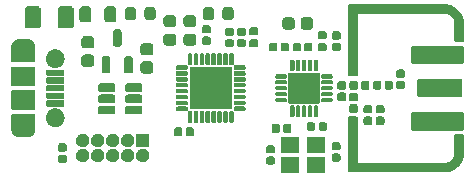
<source format=gbr>
%TF.GenerationSoftware,KiCad,Pcbnew,8.0.6*%
%TF.CreationDate,2024-12-29T16:51:47+05:30*%
%TF.ProjectId,STM32_RF,53544d33-325f-4524-962e-6b696361645f,rev?*%
%TF.SameCoordinates,Original*%
%TF.FileFunction,Soldermask,Top*%
%TF.FilePolarity,Negative*%
%FSLAX46Y46*%
G04 Gerber Fmt 4.6, Leading zero omitted, Abs format (unit mm)*
G04 Created by KiCad (PCBNEW 8.0.6) date 2024-12-29 16:51:47*
%MOMM*%
%LPD*%
G01*
G04 APERTURE LIST*
G04 APERTURE END LIST*
G36*
X179126788Y-79835328D02*
G01*
X179149497Y-79850503D01*
X179164672Y-79873212D01*
X179170000Y-79900000D01*
X179170000Y-81100000D01*
X179164672Y-81126788D01*
X179149497Y-81149497D01*
X179126788Y-81164672D01*
X179100000Y-81170000D01*
X177700000Y-81170000D01*
X177673212Y-81164672D01*
X177650503Y-81149497D01*
X177635328Y-81126788D01*
X177630000Y-81100000D01*
X177630000Y-79900000D01*
X177635328Y-79873212D01*
X177650503Y-79850503D01*
X177673212Y-79835328D01*
X177700000Y-79830000D01*
X179100000Y-79830000D01*
X179126788Y-79835328D01*
G37*
G36*
X181326788Y-79835328D02*
G01*
X181349497Y-79850503D01*
X181364672Y-79873212D01*
X181370000Y-79900000D01*
X181370000Y-81100000D01*
X181364672Y-81126788D01*
X181349497Y-81149497D01*
X181326788Y-81164672D01*
X181300000Y-81170000D01*
X179900000Y-81170000D01*
X179873212Y-81164672D01*
X179850503Y-81149497D01*
X179835328Y-81126788D01*
X179830000Y-81100000D01*
X179830000Y-79900000D01*
X179835328Y-79873212D01*
X179850503Y-79850503D01*
X179873212Y-79835328D01*
X179900000Y-79830000D01*
X181300000Y-79830000D01*
X181326788Y-79835328D01*
G37*
G36*
X184030950Y-76415056D02*
G01*
X184051618Y-76420594D01*
X184053362Y-76422338D01*
X184061717Y-76425053D01*
X184076704Y-76445680D01*
X184089405Y-76458382D01*
X184091434Y-76465954D01*
X184099861Y-76477553D01*
X184105000Y-76510000D01*
X184105000Y-76516581D01*
X184105000Y-80275711D01*
X184134289Y-80305000D01*
X191556440Y-80305000D01*
X191556878Y-80304967D01*
X191695853Y-80284177D01*
X191844187Y-80230780D01*
X191979198Y-80149377D01*
X192095655Y-80043124D01*
X192095665Y-80043112D01*
X192189068Y-79916117D01*
X192255804Y-79773286D01*
X192293289Y-79620155D01*
X192300000Y-79464250D01*
X192300000Y-79462082D01*
X192299961Y-79460694D01*
X192298720Y-79438367D01*
X192298720Y-79438365D01*
X192298583Y-79435894D01*
X192299622Y-79433837D01*
X192300000Y-79431944D01*
X192300000Y-78012452D01*
X192300000Y-78010000D01*
X192301921Y-77990491D01*
X192316853Y-77954443D01*
X192344443Y-77926853D01*
X192380491Y-77911921D01*
X192400000Y-77910000D01*
X193000000Y-77910000D01*
X193019509Y-77911921D01*
X193055557Y-77926853D01*
X193083147Y-77954443D01*
X193098079Y-77990491D01*
X193100000Y-78010000D01*
X193100000Y-79510000D01*
X193099339Y-79516704D01*
X193099337Y-79623776D01*
X193066761Y-79850312D01*
X193002278Y-80069907D01*
X192907201Y-80278090D01*
X192783465Y-80470624D01*
X192633589Y-80643589D01*
X192460624Y-80793465D01*
X192268090Y-80917201D01*
X192059907Y-81012278D01*
X191840312Y-81076761D01*
X191734603Y-81091962D01*
X191732051Y-81092474D01*
X191720750Y-81100396D01*
X191690000Y-81105000D01*
X191683634Y-81105000D01*
X191645727Y-81105000D01*
X191642164Y-81105255D01*
X191626502Y-81107507D01*
X191613776Y-81109337D01*
X191499343Y-81109340D01*
X191472548Y-81109341D01*
X191467188Y-81106246D01*
X191461726Y-81105000D01*
X183406582Y-81105000D01*
X183400000Y-81105000D01*
X183369038Y-81094939D01*
X183348382Y-81089405D01*
X183346638Y-81087662D01*
X183338283Y-81084947D01*
X183323296Y-81064320D01*
X183310594Y-81051618D01*
X183308564Y-81044043D01*
X183300139Y-81032447D01*
X183295000Y-81000000D01*
X183295000Y-76510000D01*
X183305056Y-76479048D01*
X183310594Y-76458383D01*
X183312337Y-76456639D01*
X183315053Y-76448283D01*
X183335682Y-76433294D01*
X183348383Y-76420594D01*
X183355955Y-76418564D01*
X183367553Y-76410139D01*
X183400000Y-76405000D01*
X184000000Y-76405000D01*
X184030950Y-76415056D01*
G37*
G36*
X176975364Y-79795985D02*
G01*
X177043492Y-79841508D01*
X177089015Y-79909636D01*
X177105000Y-79990000D01*
X177105000Y-80270000D01*
X177089015Y-80350364D01*
X177043492Y-80418492D01*
X176975364Y-80464015D01*
X176895000Y-80480000D01*
X176555000Y-80480000D01*
X176474636Y-80464015D01*
X176406508Y-80418492D01*
X176360985Y-80350364D01*
X176345000Y-80270000D01*
X176345000Y-79990000D01*
X176360985Y-79909636D01*
X176406508Y-79841508D01*
X176474636Y-79795985D01*
X176555000Y-79780000D01*
X176895000Y-79780000D01*
X176975364Y-79795985D01*
G37*
G36*
X159350364Y-79645985D02*
G01*
X159418492Y-79691508D01*
X159464015Y-79759636D01*
X159480000Y-79840000D01*
X159480000Y-80120000D01*
X159464015Y-80200364D01*
X159418492Y-80268492D01*
X159350364Y-80314015D01*
X159270000Y-80330000D01*
X158930000Y-80330000D01*
X158849636Y-80314015D01*
X158781508Y-80268492D01*
X158735985Y-80200364D01*
X158720000Y-80120000D01*
X158720000Y-79840000D01*
X158735985Y-79759636D01*
X158781508Y-79691508D01*
X158849636Y-79645985D01*
X158930000Y-79630000D01*
X159270000Y-79630000D01*
X159350364Y-79645985D01*
G37*
G36*
X160854333Y-79134520D02*
G01*
X160888662Y-79134520D01*
X160928020Y-79144220D01*
X160967527Y-79149422D01*
X160994570Y-79160624D01*
X161021993Y-79167383D01*
X161063573Y-79189206D01*
X161105000Y-79206366D01*
X161123900Y-79220868D01*
X161143587Y-79231201D01*
X161183832Y-79266856D01*
X161223051Y-79296949D01*
X161234198Y-79311476D01*
X161246377Y-79322266D01*
X161281308Y-79372872D01*
X161313634Y-79415000D01*
X161318505Y-79426760D01*
X161324384Y-79435277D01*
X161349880Y-79502505D01*
X161370578Y-79552473D01*
X161371507Y-79559529D01*
X161373081Y-79563680D01*
X161385277Y-79664126D01*
X161390000Y-79700000D01*
X161385276Y-79735876D01*
X161373081Y-79836319D01*
X161371507Y-79840468D01*
X161370578Y-79847527D01*
X161349876Y-79897505D01*
X161324384Y-79964722D01*
X161318506Y-79973236D01*
X161313634Y-79985000D01*
X161281301Y-80027136D01*
X161246377Y-80077733D01*
X161234200Y-80088520D01*
X161223051Y-80103051D01*
X161183824Y-80133150D01*
X161143587Y-80168798D01*
X161123904Y-80179128D01*
X161105000Y-80193634D01*
X161063564Y-80210797D01*
X161021993Y-80232616D01*
X160994575Y-80239373D01*
X160967527Y-80250578D01*
X160928017Y-80255779D01*
X160888662Y-80265480D01*
X160854333Y-80265480D01*
X160820000Y-80270000D01*
X160785667Y-80265480D01*
X160751338Y-80265480D01*
X160711981Y-80255779D01*
X160672473Y-80250578D01*
X160645425Y-80239374D01*
X160618006Y-80232616D01*
X160576430Y-80210795D01*
X160535000Y-80193634D01*
X160516097Y-80179130D01*
X160496412Y-80168798D01*
X160456168Y-80133144D01*
X160416949Y-80103051D01*
X160405801Y-80088523D01*
X160393622Y-80077733D01*
X160358688Y-80027123D01*
X160326366Y-79985000D01*
X160321494Y-79973240D01*
X160315615Y-79964722D01*
X160290112Y-79897476D01*
X160269422Y-79847527D01*
X160268493Y-79840472D01*
X160266918Y-79836319D01*
X160254710Y-79735779D01*
X160250000Y-79700000D01*
X160254709Y-79664223D01*
X160266918Y-79563680D01*
X160268493Y-79559525D01*
X160269422Y-79552473D01*
X160290107Y-79502534D01*
X160315615Y-79435277D01*
X160321496Y-79426756D01*
X160326366Y-79415000D01*
X160358681Y-79372885D01*
X160393622Y-79322266D01*
X160405803Y-79311473D01*
X160416949Y-79296949D01*
X160456159Y-79266861D01*
X160496412Y-79231201D01*
X160516102Y-79220866D01*
X160535000Y-79206366D01*
X160576421Y-79189208D01*
X160618006Y-79167383D01*
X160645430Y-79160623D01*
X160672473Y-79149422D01*
X160711978Y-79144221D01*
X160751338Y-79134520D01*
X160785667Y-79134520D01*
X160820000Y-79130000D01*
X160854333Y-79134520D01*
G37*
G36*
X162124333Y-79134520D02*
G01*
X162158662Y-79134520D01*
X162198020Y-79144220D01*
X162237527Y-79149422D01*
X162264570Y-79160624D01*
X162291993Y-79167383D01*
X162333573Y-79189206D01*
X162375000Y-79206366D01*
X162393900Y-79220868D01*
X162413587Y-79231201D01*
X162453832Y-79266856D01*
X162493051Y-79296949D01*
X162504198Y-79311476D01*
X162516377Y-79322266D01*
X162551308Y-79372872D01*
X162583634Y-79415000D01*
X162588505Y-79426760D01*
X162594384Y-79435277D01*
X162619880Y-79502505D01*
X162640578Y-79552473D01*
X162641507Y-79559529D01*
X162643081Y-79563680D01*
X162655277Y-79664126D01*
X162660000Y-79700000D01*
X162655276Y-79735876D01*
X162643081Y-79836319D01*
X162641507Y-79840468D01*
X162640578Y-79847527D01*
X162619876Y-79897505D01*
X162594384Y-79964722D01*
X162588506Y-79973236D01*
X162583634Y-79985000D01*
X162551301Y-80027136D01*
X162516377Y-80077733D01*
X162504200Y-80088520D01*
X162493051Y-80103051D01*
X162453824Y-80133150D01*
X162413587Y-80168798D01*
X162393904Y-80179128D01*
X162375000Y-80193634D01*
X162333564Y-80210797D01*
X162291993Y-80232616D01*
X162264575Y-80239373D01*
X162237527Y-80250578D01*
X162198017Y-80255779D01*
X162158662Y-80265480D01*
X162124333Y-80265480D01*
X162090000Y-80270000D01*
X162055667Y-80265480D01*
X162021338Y-80265480D01*
X161981981Y-80255779D01*
X161942473Y-80250578D01*
X161915425Y-80239374D01*
X161888006Y-80232616D01*
X161846430Y-80210795D01*
X161805000Y-80193634D01*
X161786097Y-80179130D01*
X161766412Y-80168798D01*
X161726168Y-80133144D01*
X161686949Y-80103051D01*
X161675801Y-80088523D01*
X161663622Y-80077733D01*
X161628688Y-80027123D01*
X161596366Y-79985000D01*
X161591494Y-79973240D01*
X161585615Y-79964722D01*
X161560112Y-79897476D01*
X161539422Y-79847527D01*
X161538493Y-79840472D01*
X161536918Y-79836319D01*
X161524710Y-79735779D01*
X161520000Y-79700000D01*
X161524709Y-79664223D01*
X161536918Y-79563680D01*
X161538493Y-79559525D01*
X161539422Y-79552473D01*
X161560107Y-79502534D01*
X161585615Y-79435277D01*
X161591496Y-79426756D01*
X161596366Y-79415000D01*
X161628681Y-79372885D01*
X161663622Y-79322266D01*
X161675803Y-79311473D01*
X161686949Y-79296949D01*
X161726159Y-79266861D01*
X161766412Y-79231201D01*
X161786102Y-79220866D01*
X161805000Y-79206366D01*
X161846421Y-79189208D01*
X161888006Y-79167383D01*
X161915430Y-79160623D01*
X161942473Y-79149422D01*
X161981978Y-79144221D01*
X162021338Y-79134520D01*
X162055667Y-79134520D01*
X162090000Y-79130000D01*
X162124333Y-79134520D01*
G37*
G36*
X163394333Y-79134520D02*
G01*
X163428662Y-79134520D01*
X163468020Y-79144220D01*
X163507527Y-79149422D01*
X163534570Y-79160624D01*
X163561993Y-79167383D01*
X163603573Y-79189206D01*
X163645000Y-79206366D01*
X163663900Y-79220868D01*
X163683587Y-79231201D01*
X163723832Y-79266856D01*
X163763051Y-79296949D01*
X163774198Y-79311476D01*
X163786377Y-79322266D01*
X163821308Y-79372872D01*
X163853634Y-79415000D01*
X163858505Y-79426760D01*
X163864384Y-79435277D01*
X163889880Y-79502505D01*
X163910578Y-79552473D01*
X163911507Y-79559529D01*
X163913081Y-79563680D01*
X163925277Y-79664126D01*
X163930000Y-79700000D01*
X163925276Y-79735876D01*
X163913081Y-79836319D01*
X163911507Y-79840468D01*
X163910578Y-79847527D01*
X163889876Y-79897505D01*
X163864384Y-79964722D01*
X163858506Y-79973236D01*
X163853634Y-79985000D01*
X163821301Y-80027136D01*
X163786377Y-80077733D01*
X163774200Y-80088520D01*
X163763051Y-80103051D01*
X163723824Y-80133150D01*
X163683587Y-80168798D01*
X163663904Y-80179128D01*
X163645000Y-80193634D01*
X163603564Y-80210797D01*
X163561993Y-80232616D01*
X163534575Y-80239373D01*
X163507527Y-80250578D01*
X163468017Y-80255779D01*
X163428662Y-80265480D01*
X163394333Y-80265480D01*
X163360000Y-80270000D01*
X163325667Y-80265480D01*
X163291338Y-80265480D01*
X163251981Y-80255779D01*
X163212473Y-80250578D01*
X163185425Y-80239374D01*
X163158006Y-80232616D01*
X163116430Y-80210795D01*
X163075000Y-80193634D01*
X163056097Y-80179130D01*
X163036412Y-80168798D01*
X162996168Y-80133144D01*
X162956949Y-80103051D01*
X162945801Y-80088523D01*
X162933622Y-80077733D01*
X162898688Y-80027123D01*
X162866366Y-79985000D01*
X162861494Y-79973240D01*
X162855615Y-79964722D01*
X162830112Y-79897476D01*
X162809422Y-79847527D01*
X162808493Y-79840472D01*
X162806918Y-79836319D01*
X162794710Y-79735779D01*
X162790000Y-79700000D01*
X162794709Y-79664223D01*
X162806918Y-79563680D01*
X162808493Y-79559525D01*
X162809422Y-79552473D01*
X162830107Y-79502534D01*
X162855615Y-79435277D01*
X162861496Y-79426756D01*
X162866366Y-79415000D01*
X162898681Y-79372885D01*
X162933622Y-79322266D01*
X162945803Y-79311473D01*
X162956949Y-79296949D01*
X162996159Y-79266861D01*
X163036412Y-79231201D01*
X163056102Y-79220866D01*
X163075000Y-79206366D01*
X163116421Y-79189208D01*
X163158006Y-79167383D01*
X163185430Y-79160623D01*
X163212473Y-79149422D01*
X163251978Y-79144221D01*
X163291338Y-79134520D01*
X163325667Y-79134520D01*
X163360000Y-79130000D01*
X163394333Y-79134520D01*
G37*
G36*
X164664333Y-79134520D02*
G01*
X164698662Y-79134520D01*
X164738020Y-79144220D01*
X164777527Y-79149422D01*
X164804570Y-79160624D01*
X164831993Y-79167383D01*
X164873573Y-79189206D01*
X164915000Y-79206366D01*
X164933900Y-79220868D01*
X164953587Y-79231201D01*
X164993832Y-79266856D01*
X165033051Y-79296949D01*
X165044198Y-79311476D01*
X165056377Y-79322266D01*
X165091308Y-79372872D01*
X165123634Y-79415000D01*
X165128505Y-79426760D01*
X165134384Y-79435277D01*
X165159880Y-79502505D01*
X165180578Y-79552473D01*
X165181507Y-79559529D01*
X165183081Y-79563680D01*
X165195277Y-79664126D01*
X165200000Y-79700000D01*
X165195276Y-79735876D01*
X165183081Y-79836319D01*
X165181507Y-79840468D01*
X165180578Y-79847527D01*
X165159876Y-79897505D01*
X165134384Y-79964722D01*
X165128506Y-79973236D01*
X165123634Y-79985000D01*
X165091301Y-80027136D01*
X165056377Y-80077733D01*
X165044200Y-80088520D01*
X165033051Y-80103051D01*
X164993824Y-80133150D01*
X164953587Y-80168798D01*
X164933904Y-80179128D01*
X164915000Y-80193634D01*
X164873564Y-80210797D01*
X164831993Y-80232616D01*
X164804575Y-80239373D01*
X164777527Y-80250578D01*
X164738017Y-80255779D01*
X164698662Y-80265480D01*
X164664333Y-80265480D01*
X164630000Y-80270000D01*
X164595667Y-80265480D01*
X164561338Y-80265480D01*
X164521981Y-80255779D01*
X164482473Y-80250578D01*
X164455425Y-80239374D01*
X164428006Y-80232616D01*
X164386430Y-80210795D01*
X164345000Y-80193634D01*
X164326097Y-80179130D01*
X164306412Y-80168798D01*
X164266168Y-80133144D01*
X164226949Y-80103051D01*
X164215801Y-80088523D01*
X164203622Y-80077733D01*
X164168688Y-80027123D01*
X164136366Y-79985000D01*
X164131494Y-79973240D01*
X164125615Y-79964722D01*
X164100112Y-79897476D01*
X164079422Y-79847527D01*
X164078493Y-79840472D01*
X164076918Y-79836319D01*
X164064710Y-79735779D01*
X164060000Y-79700000D01*
X164064709Y-79664223D01*
X164076918Y-79563680D01*
X164078493Y-79559525D01*
X164079422Y-79552473D01*
X164100107Y-79502534D01*
X164125615Y-79435277D01*
X164131496Y-79426756D01*
X164136366Y-79415000D01*
X164168681Y-79372885D01*
X164203622Y-79322266D01*
X164215803Y-79311473D01*
X164226949Y-79296949D01*
X164266159Y-79266861D01*
X164306412Y-79231201D01*
X164326102Y-79220866D01*
X164345000Y-79206366D01*
X164386421Y-79189208D01*
X164428006Y-79167383D01*
X164455430Y-79160623D01*
X164482473Y-79149422D01*
X164521978Y-79144221D01*
X164561338Y-79134520D01*
X164595667Y-79134520D01*
X164630000Y-79130000D01*
X164664333Y-79134520D01*
G37*
G36*
X165934333Y-79134520D02*
G01*
X165968662Y-79134520D01*
X166008020Y-79144220D01*
X166047527Y-79149422D01*
X166074570Y-79160624D01*
X166101993Y-79167383D01*
X166143573Y-79189206D01*
X166185000Y-79206366D01*
X166203900Y-79220868D01*
X166223587Y-79231201D01*
X166263832Y-79266856D01*
X166303051Y-79296949D01*
X166314198Y-79311476D01*
X166326377Y-79322266D01*
X166361308Y-79372872D01*
X166393634Y-79415000D01*
X166398505Y-79426760D01*
X166404384Y-79435277D01*
X166429880Y-79502505D01*
X166450578Y-79552473D01*
X166451507Y-79559529D01*
X166453081Y-79563680D01*
X166465277Y-79664126D01*
X166470000Y-79700000D01*
X166465276Y-79735876D01*
X166453081Y-79836319D01*
X166451507Y-79840468D01*
X166450578Y-79847527D01*
X166429876Y-79897505D01*
X166404384Y-79964722D01*
X166398506Y-79973236D01*
X166393634Y-79985000D01*
X166361301Y-80027136D01*
X166326377Y-80077733D01*
X166314200Y-80088520D01*
X166303051Y-80103051D01*
X166263824Y-80133150D01*
X166223587Y-80168798D01*
X166203904Y-80179128D01*
X166185000Y-80193634D01*
X166143564Y-80210797D01*
X166101993Y-80232616D01*
X166074575Y-80239373D01*
X166047527Y-80250578D01*
X166008017Y-80255779D01*
X165968662Y-80265480D01*
X165934333Y-80265480D01*
X165900000Y-80270000D01*
X165865667Y-80265480D01*
X165831338Y-80265480D01*
X165791981Y-80255779D01*
X165752473Y-80250578D01*
X165725425Y-80239374D01*
X165698006Y-80232616D01*
X165656430Y-80210795D01*
X165615000Y-80193634D01*
X165596097Y-80179130D01*
X165576412Y-80168798D01*
X165536168Y-80133144D01*
X165496949Y-80103051D01*
X165485801Y-80088523D01*
X165473622Y-80077733D01*
X165438688Y-80027123D01*
X165406366Y-79985000D01*
X165401494Y-79973240D01*
X165395615Y-79964722D01*
X165370112Y-79897476D01*
X165349422Y-79847527D01*
X165348493Y-79840472D01*
X165346918Y-79836319D01*
X165334710Y-79735779D01*
X165330000Y-79700000D01*
X165334709Y-79664223D01*
X165346918Y-79563680D01*
X165348493Y-79559525D01*
X165349422Y-79552473D01*
X165370107Y-79502534D01*
X165395615Y-79435277D01*
X165401496Y-79426756D01*
X165406366Y-79415000D01*
X165438681Y-79372885D01*
X165473622Y-79322266D01*
X165485803Y-79311473D01*
X165496949Y-79296949D01*
X165536159Y-79266861D01*
X165576412Y-79231201D01*
X165596102Y-79220866D01*
X165615000Y-79206366D01*
X165656421Y-79189208D01*
X165698006Y-79167383D01*
X165725430Y-79160623D01*
X165752473Y-79149422D01*
X165791978Y-79144221D01*
X165831338Y-79134520D01*
X165865667Y-79134520D01*
X165900000Y-79130000D01*
X165934333Y-79134520D01*
G37*
G36*
X182525364Y-79545985D02*
G01*
X182593492Y-79591508D01*
X182639015Y-79659636D01*
X182655000Y-79740000D01*
X182655000Y-80020000D01*
X182639015Y-80100364D01*
X182593492Y-80168492D01*
X182525364Y-80214015D01*
X182445000Y-80230000D01*
X182105000Y-80230000D01*
X182024636Y-80214015D01*
X181956508Y-80168492D01*
X181910985Y-80100364D01*
X181895000Y-80020000D01*
X181895000Y-79740000D01*
X181910985Y-79659636D01*
X181956508Y-79591508D01*
X182024636Y-79545985D01*
X182105000Y-79530000D01*
X182445000Y-79530000D01*
X182525364Y-79545985D01*
G37*
G36*
X176975364Y-78835985D02*
G01*
X177043492Y-78881508D01*
X177089015Y-78949636D01*
X177105000Y-79030000D01*
X177105000Y-79310000D01*
X177089015Y-79390364D01*
X177043492Y-79458492D01*
X176975364Y-79504015D01*
X176895000Y-79520000D01*
X176555000Y-79520000D01*
X176474636Y-79504015D01*
X176406508Y-79458492D01*
X176360985Y-79390364D01*
X176345000Y-79310000D01*
X176345000Y-79030000D01*
X176360985Y-78949636D01*
X176406508Y-78881508D01*
X176474636Y-78835985D01*
X176555000Y-78820000D01*
X176895000Y-78820000D01*
X176975364Y-78835985D01*
G37*
G36*
X179126788Y-78135328D02*
G01*
X179149497Y-78150503D01*
X179164672Y-78173212D01*
X179170000Y-78200000D01*
X179170000Y-79400000D01*
X179164672Y-79426788D01*
X179149497Y-79449497D01*
X179126788Y-79464672D01*
X179100000Y-79470000D01*
X177700000Y-79470000D01*
X177673212Y-79464672D01*
X177650503Y-79449497D01*
X177635328Y-79426788D01*
X177630000Y-79400000D01*
X177630000Y-78200000D01*
X177635328Y-78173212D01*
X177650503Y-78150503D01*
X177673212Y-78135328D01*
X177700000Y-78130000D01*
X179100000Y-78130000D01*
X179126788Y-78135328D01*
G37*
G36*
X181326788Y-78135328D02*
G01*
X181349497Y-78150503D01*
X181364672Y-78173212D01*
X181370000Y-78200000D01*
X181370000Y-79400000D01*
X181364672Y-79426788D01*
X181349497Y-79449497D01*
X181326788Y-79464672D01*
X181300000Y-79470000D01*
X179900000Y-79470000D01*
X179873212Y-79464672D01*
X179850503Y-79449497D01*
X179835328Y-79426788D01*
X179830000Y-79400000D01*
X179830000Y-78200000D01*
X179835328Y-78173212D01*
X179850503Y-78150503D01*
X179873212Y-78135328D01*
X179900000Y-78130000D01*
X181300000Y-78130000D01*
X181326788Y-78135328D01*
G37*
G36*
X159350364Y-78685985D02*
G01*
X159418492Y-78731508D01*
X159464015Y-78799636D01*
X159480000Y-78880000D01*
X159480000Y-79160000D01*
X159464015Y-79240364D01*
X159418492Y-79308492D01*
X159350364Y-79354015D01*
X159270000Y-79370000D01*
X158930000Y-79370000D01*
X158849636Y-79354015D01*
X158781508Y-79308492D01*
X158735985Y-79240364D01*
X158720000Y-79160000D01*
X158720000Y-78880000D01*
X158735985Y-78799636D01*
X158781508Y-78731508D01*
X158849636Y-78685985D01*
X158930000Y-78670000D01*
X159270000Y-78670000D01*
X159350364Y-78685985D01*
G37*
G36*
X182525364Y-78585985D02*
G01*
X182593492Y-78631508D01*
X182639015Y-78699636D01*
X182655000Y-78780000D01*
X182655000Y-79060000D01*
X182639015Y-79140364D01*
X182593492Y-79208492D01*
X182525364Y-79254015D01*
X182445000Y-79270000D01*
X182105000Y-79270000D01*
X182024636Y-79254015D01*
X181956508Y-79208492D01*
X181910985Y-79140364D01*
X181895000Y-79060000D01*
X181895000Y-78780000D01*
X181910985Y-78699636D01*
X181956508Y-78631508D01*
X182024636Y-78585985D01*
X182105000Y-78570000D01*
X182445000Y-78570000D01*
X182525364Y-78585985D01*
G37*
G36*
X160854333Y-77864520D02*
G01*
X160888662Y-77864520D01*
X160928020Y-77874220D01*
X160967527Y-77879422D01*
X160994570Y-77890624D01*
X161021993Y-77897383D01*
X161063573Y-77919206D01*
X161105000Y-77936366D01*
X161123900Y-77950868D01*
X161143587Y-77961201D01*
X161183832Y-77996856D01*
X161223051Y-78026949D01*
X161234198Y-78041476D01*
X161246377Y-78052266D01*
X161281308Y-78102872D01*
X161313634Y-78145000D01*
X161318505Y-78156760D01*
X161324384Y-78165277D01*
X161349880Y-78232505D01*
X161370578Y-78282473D01*
X161371507Y-78289529D01*
X161373081Y-78293680D01*
X161385277Y-78394126D01*
X161390000Y-78430000D01*
X161385276Y-78465876D01*
X161373081Y-78566319D01*
X161371507Y-78570468D01*
X161370578Y-78577527D01*
X161349876Y-78627505D01*
X161324384Y-78694722D01*
X161318506Y-78703236D01*
X161313634Y-78715000D01*
X161281301Y-78757136D01*
X161246377Y-78807733D01*
X161234200Y-78818520D01*
X161223051Y-78833051D01*
X161183824Y-78863150D01*
X161143587Y-78898798D01*
X161123904Y-78909128D01*
X161105000Y-78923634D01*
X161063564Y-78940797D01*
X161021993Y-78962616D01*
X160994575Y-78969373D01*
X160967527Y-78980578D01*
X160928017Y-78985779D01*
X160888662Y-78995480D01*
X160854333Y-78995480D01*
X160820000Y-79000000D01*
X160785667Y-78995480D01*
X160751338Y-78995480D01*
X160711981Y-78985779D01*
X160672473Y-78980578D01*
X160645425Y-78969374D01*
X160618006Y-78962616D01*
X160576430Y-78940795D01*
X160535000Y-78923634D01*
X160516097Y-78909130D01*
X160496412Y-78898798D01*
X160456168Y-78863144D01*
X160416949Y-78833051D01*
X160405801Y-78818523D01*
X160393622Y-78807733D01*
X160358688Y-78757123D01*
X160326366Y-78715000D01*
X160321494Y-78703240D01*
X160315615Y-78694722D01*
X160290112Y-78627476D01*
X160269422Y-78577527D01*
X160268493Y-78570472D01*
X160266918Y-78566319D01*
X160254710Y-78465779D01*
X160250000Y-78430000D01*
X160254709Y-78394223D01*
X160266918Y-78293680D01*
X160268493Y-78289525D01*
X160269422Y-78282473D01*
X160290107Y-78232534D01*
X160315615Y-78165277D01*
X160321496Y-78156756D01*
X160326366Y-78145000D01*
X160358681Y-78102885D01*
X160393622Y-78052266D01*
X160405803Y-78041473D01*
X160416949Y-78026949D01*
X160456159Y-77996861D01*
X160496412Y-77961201D01*
X160516102Y-77950866D01*
X160535000Y-77936366D01*
X160576421Y-77919208D01*
X160618006Y-77897383D01*
X160645430Y-77890623D01*
X160672473Y-77879422D01*
X160711978Y-77874221D01*
X160751338Y-77864520D01*
X160785667Y-77864520D01*
X160820000Y-77860000D01*
X160854333Y-77864520D01*
G37*
G36*
X162124333Y-77864520D02*
G01*
X162158662Y-77864520D01*
X162198020Y-77874220D01*
X162237527Y-77879422D01*
X162264570Y-77890624D01*
X162291993Y-77897383D01*
X162333573Y-77919206D01*
X162375000Y-77936366D01*
X162393900Y-77950868D01*
X162413587Y-77961201D01*
X162453832Y-77996856D01*
X162493051Y-78026949D01*
X162504198Y-78041476D01*
X162516377Y-78052266D01*
X162551308Y-78102872D01*
X162583634Y-78145000D01*
X162588505Y-78156760D01*
X162594384Y-78165277D01*
X162619880Y-78232505D01*
X162640578Y-78282473D01*
X162641507Y-78289529D01*
X162643081Y-78293680D01*
X162655277Y-78394126D01*
X162660000Y-78430000D01*
X162655276Y-78465876D01*
X162643081Y-78566319D01*
X162641507Y-78570468D01*
X162640578Y-78577527D01*
X162619876Y-78627505D01*
X162594384Y-78694722D01*
X162588506Y-78703236D01*
X162583634Y-78715000D01*
X162551301Y-78757136D01*
X162516377Y-78807733D01*
X162504200Y-78818520D01*
X162493051Y-78833051D01*
X162453824Y-78863150D01*
X162413587Y-78898798D01*
X162393904Y-78909128D01*
X162375000Y-78923634D01*
X162333564Y-78940797D01*
X162291993Y-78962616D01*
X162264575Y-78969373D01*
X162237527Y-78980578D01*
X162198017Y-78985779D01*
X162158662Y-78995480D01*
X162124333Y-78995480D01*
X162090000Y-79000000D01*
X162055667Y-78995480D01*
X162021338Y-78995480D01*
X161981981Y-78985779D01*
X161942473Y-78980578D01*
X161915425Y-78969374D01*
X161888006Y-78962616D01*
X161846430Y-78940795D01*
X161805000Y-78923634D01*
X161786097Y-78909130D01*
X161766412Y-78898798D01*
X161726168Y-78863144D01*
X161686949Y-78833051D01*
X161675801Y-78818523D01*
X161663622Y-78807733D01*
X161628688Y-78757123D01*
X161596366Y-78715000D01*
X161591494Y-78703240D01*
X161585615Y-78694722D01*
X161560112Y-78627476D01*
X161539422Y-78577527D01*
X161538493Y-78570472D01*
X161536918Y-78566319D01*
X161524710Y-78465779D01*
X161520000Y-78430000D01*
X161524709Y-78394223D01*
X161536918Y-78293680D01*
X161538493Y-78289525D01*
X161539422Y-78282473D01*
X161560107Y-78232534D01*
X161585615Y-78165277D01*
X161591496Y-78156756D01*
X161596366Y-78145000D01*
X161628681Y-78102885D01*
X161663622Y-78052266D01*
X161675803Y-78041473D01*
X161686949Y-78026949D01*
X161726159Y-77996861D01*
X161766412Y-77961201D01*
X161786102Y-77950866D01*
X161805000Y-77936366D01*
X161846421Y-77919208D01*
X161888006Y-77897383D01*
X161915430Y-77890623D01*
X161942473Y-77879422D01*
X161981978Y-77874221D01*
X162021338Y-77864520D01*
X162055667Y-77864520D01*
X162090000Y-77860000D01*
X162124333Y-77864520D01*
G37*
G36*
X163394333Y-77864520D02*
G01*
X163428662Y-77864520D01*
X163468020Y-77874220D01*
X163507527Y-77879422D01*
X163534570Y-77890624D01*
X163561993Y-77897383D01*
X163603573Y-77919206D01*
X163645000Y-77936366D01*
X163663900Y-77950868D01*
X163683587Y-77961201D01*
X163723832Y-77996856D01*
X163763051Y-78026949D01*
X163774198Y-78041476D01*
X163786377Y-78052266D01*
X163821308Y-78102872D01*
X163853634Y-78145000D01*
X163858505Y-78156760D01*
X163864384Y-78165277D01*
X163889880Y-78232505D01*
X163910578Y-78282473D01*
X163911507Y-78289529D01*
X163913081Y-78293680D01*
X163925277Y-78394126D01*
X163930000Y-78430000D01*
X163925276Y-78465876D01*
X163913081Y-78566319D01*
X163911507Y-78570468D01*
X163910578Y-78577527D01*
X163889876Y-78627505D01*
X163864384Y-78694722D01*
X163858506Y-78703236D01*
X163853634Y-78715000D01*
X163821301Y-78757136D01*
X163786377Y-78807733D01*
X163774200Y-78818520D01*
X163763051Y-78833051D01*
X163723824Y-78863150D01*
X163683587Y-78898798D01*
X163663904Y-78909128D01*
X163645000Y-78923634D01*
X163603564Y-78940797D01*
X163561993Y-78962616D01*
X163534575Y-78969373D01*
X163507527Y-78980578D01*
X163468017Y-78985779D01*
X163428662Y-78995480D01*
X163394333Y-78995480D01*
X163360000Y-79000000D01*
X163325667Y-78995480D01*
X163291338Y-78995480D01*
X163251981Y-78985779D01*
X163212473Y-78980578D01*
X163185425Y-78969374D01*
X163158006Y-78962616D01*
X163116430Y-78940795D01*
X163075000Y-78923634D01*
X163056097Y-78909130D01*
X163036412Y-78898798D01*
X162996168Y-78863144D01*
X162956949Y-78833051D01*
X162945801Y-78818523D01*
X162933622Y-78807733D01*
X162898688Y-78757123D01*
X162866366Y-78715000D01*
X162861494Y-78703240D01*
X162855615Y-78694722D01*
X162830112Y-78627476D01*
X162809422Y-78577527D01*
X162808493Y-78570472D01*
X162806918Y-78566319D01*
X162794710Y-78465779D01*
X162790000Y-78430000D01*
X162794709Y-78394223D01*
X162806918Y-78293680D01*
X162808493Y-78289525D01*
X162809422Y-78282473D01*
X162830107Y-78232534D01*
X162855615Y-78165277D01*
X162861496Y-78156756D01*
X162866366Y-78145000D01*
X162898681Y-78102885D01*
X162933622Y-78052266D01*
X162945803Y-78041473D01*
X162956949Y-78026949D01*
X162996159Y-77996861D01*
X163036412Y-77961201D01*
X163056102Y-77950866D01*
X163075000Y-77936366D01*
X163116421Y-77919208D01*
X163158006Y-77897383D01*
X163185430Y-77890623D01*
X163212473Y-77879422D01*
X163251978Y-77874221D01*
X163291338Y-77864520D01*
X163325667Y-77864520D01*
X163360000Y-77860000D01*
X163394333Y-77864520D01*
G37*
G36*
X164664333Y-77864520D02*
G01*
X164698662Y-77864520D01*
X164738020Y-77874220D01*
X164777527Y-77879422D01*
X164804570Y-77890624D01*
X164831993Y-77897383D01*
X164873573Y-77919206D01*
X164915000Y-77936366D01*
X164933900Y-77950868D01*
X164953587Y-77961201D01*
X164993832Y-77996856D01*
X165033051Y-78026949D01*
X165044198Y-78041476D01*
X165056377Y-78052266D01*
X165091308Y-78102872D01*
X165123634Y-78145000D01*
X165128505Y-78156760D01*
X165134384Y-78165277D01*
X165159880Y-78232505D01*
X165180578Y-78282473D01*
X165181507Y-78289529D01*
X165183081Y-78293680D01*
X165195277Y-78394126D01*
X165200000Y-78430000D01*
X165195276Y-78465876D01*
X165183081Y-78566319D01*
X165181507Y-78570468D01*
X165180578Y-78577527D01*
X165159876Y-78627505D01*
X165134384Y-78694722D01*
X165128506Y-78703236D01*
X165123634Y-78715000D01*
X165091301Y-78757136D01*
X165056377Y-78807733D01*
X165044200Y-78818520D01*
X165033051Y-78833051D01*
X164993824Y-78863150D01*
X164953587Y-78898798D01*
X164933904Y-78909128D01*
X164915000Y-78923634D01*
X164873564Y-78940797D01*
X164831993Y-78962616D01*
X164804575Y-78969373D01*
X164777527Y-78980578D01*
X164738017Y-78985779D01*
X164698662Y-78995480D01*
X164664333Y-78995480D01*
X164630000Y-79000000D01*
X164595667Y-78995480D01*
X164561338Y-78995480D01*
X164521981Y-78985779D01*
X164482473Y-78980578D01*
X164455425Y-78969374D01*
X164428006Y-78962616D01*
X164386430Y-78940795D01*
X164345000Y-78923634D01*
X164326097Y-78909130D01*
X164306412Y-78898798D01*
X164266168Y-78863144D01*
X164226949Y-78833051D01*
X164215801Y-78818523D01*
X164203622Y-78807733D01*
X164168688Y-78757123D01*
X164136366Y-78715000D01*
X164131494Y-78703240D01*
X164125615Y-78694722D01*
X164100112Y-78627476D01*
X164079422Y-78577527D01*
X164078493Y-78570472D01*
X164076918Y-78566319D01*
X164064710Y-78465779D01*
X164060000Y-78430000D01*
X164064709Y-78394223D01*
X164076918Y-78293680D01*
X164078493Y-78289525D01*
X164079422Y-78282473D01*
X164100107Y-78232534D01*
X164125615Y-78165277D01*
X164131496Y-78156756D01*
X164136366Y-78145000D01*
X164168681Y-78102885D01*
X164203622Y-78052266D01*
X164215803Y-78041473D01*
X164226949Y-78026949D01*
X164266159Y-77996861D01*
X164306412Y-77961201D01*
X164326102Y-77950866D01*
X164345000Y-77936366D01*
X164386421Y-77919208D01*
X164428006Y-77897383D01*
X164455430Y-77890623D01*
X164482473Y-77879422D01*
X164521978Y-77874221D01*
X164561338Y-77864520D01*
X164595667Y-77864520D01*
X164630000Y-77860000D01*
X164664333Y-77864520D01*
G37*
G36*
X166426788Y-77865328D02*
G01*
X166449497Y-77880503D01*
X166464672Y-77903212D01*
X166470000Y-77930000D01*
X166470000Y-78930000D01*
X166464672Y-78956788D01*
X166449497Y-78979497D01*
X166426788Y-78994672D01*
X166400000Y-79000000D01*
X165400000Y-79000000D01*
X165373212Y-78994672D01*
X165350503Y-78979497D01*
X165335328Y-78956788D01*
X165330000Y-78930000D01*
X165330000Y-77930000D01*
X165335328Y-77903212D01*
X165350503Y-77880503D01*
X165373212Y-77865328D01*
X165400000Y-77860000D01*
X166400000Y-77860000D01*
X166426788Y-77865328D01*
G37*
G36*
X156776788Y-76235328D02*
G01*
X156799497Y-76250503D01*
X156814672Y-76273212D01*
X156820000Y-76300000D01*
X156820000Y-77500000D01*
X156816774Y-77516219D01*
X156816774Y-77565671D01*
X156791150Y-77694491D01*
X156740887Y-77815836D01*
X156667917Y-77925044D01*
X156575044Y-78017917D01*
X156465836Y-78090887D01*
X156344491Y-78141150D01*
X156215671Y-78166774D01*
X156150000Y-78170000D01*
X156148768Y-78170000D01*
X155451232Y-78170000D01*
X155450000Y-78170000D01*
X155384329Y-78166774D01*
X155255509Y-78141150D01*
X155134164Y-78090887D01*
X155024956Y-78017917D01*
X154932083Y-77925044D01*
X154859113Y-77815836D01*
X154808850Y-77694491D01*
X154783226Y-77565671D01*
X154783226Y-77516219D01*
X154780000Y-77500000D01*
X154780000Y-76300000D01*
X154785328Y-76273212D01*
X154800503Y-76250503D01*
X154823212Y-76235328D01*
X154850000Y-76230000D01*
X156750000Y-76230000D01*
X156776788Y-76235328D01*
G37*
G36*
X169140364Y-77335985D02*
G01*
X169208492Y-77381508D01*
X169254015Y-77449636D01*
X169270000Y-77530000D01*
X169270000Y-77870000D01*
X169254015Y-77950364D01*
X169208492Y-78018492D01*
X169140364Y-78064015D01*
X169060000Y-78080000D01*
X168780000Y-78080000D01*
X168699636Y-78064015D01*
X168631508Y-78018492D01*
X168585985Y-77950364D01*
X168570000Y-77870000D01*
X168570000Y-77530000D01*
X168585985Y-77449636D01*
X168631508Y-77381508D01*
X168699636Y-77335985D01*
X168780000Y-77320000D01*
X169060000Y-77320000D01*
X169140364Y-77335985D01*
G37*
G36*
X170100364Y-77335985D02*
G01*
X170168492Y-77381508D01*
X170214015Y-77449636D01*
X170230000Y-77530000D01*
X170230000Y-77870000D01*
X170214015Y-77950364D01*
X170168492Y-78018492D01*
X170100364Y-78064015D01*
X170020000Y-78080000D01*
X169740000Y-78080000D01*
X169659636Y-78064015D01*
X169591508Y-78018492D01*
X169545985Y-77950364D01*
X169530000Y-77870000D01*
X169530000Y-77530000D01*
X169545985Y-77449636D01*
X169591508Y-77381508D01*
X169659636Y-77335985D01*
X169740000Y-77320000D01*
X170020000Y-77320000D01*
X170100364Y-77335985D01*
G37*
G36*
X177390364Y-77035985D02*
G01*
X177458492Y-77081508D01*
X177504015Y-77149636D01*
X177520000Y-77230000D01*
X177520000Y-77570000D01*
X177504015Y-77650364D01*
X177458492Y-77718492D01*
X177390364Y-77764015D01*
X177310000Y-77780000D01*
X177030000Y-77780000D01*
X176949636Y-77764015D01*
X176881508Y-77718492D01*
X176835985Y-77650364D01*
X176820000Y-77570000D01*
X176820000Y-77230000D01*
X176835985Y-77149636D01*
X176881508Y-77081508D01*
X176949636Y-77035985D01*
X177030000Y-77020000D01*
X177310000Y-77020000D01*
X177390364Y-77035985D01*
G37*
G36*
X178350364Y-77035985D02*
G01*
X178418492Y-77081508D01*
X178464015Y-77149636D01*
X178480000Y-77230000D01*
X178480000Y-77570000D01*
X178464015Y-77650364D01*
X178418492Y-77718492D01*
X178350364Y-77764015D01*
X178270000Y-77780000D01*
X177990000Y-77780000D01*
X177909636Y-77764015D01*
X177841508Y-77718492D01*
X177795985Y-77650364D01*
X177780000Y-77570000D01*
X177780000Y-77230000D01*
X177795985Y-77149636D01*
X177841508Y-77081508D01*
X177909636Y-77035985D01*
X177990000Y-77020000D01*
X178270000Y-77020000D01*
X178350364Y-77035985D01*
G37*
G36*
X180353450Y-76875605D02*
G01*
X180419957Y-76920043D01*
X180464395Y-76986550D01*
X180480000Y-77065000D01*
X180480000Y-77435000D01*
X180464395Y-77513450D01*
X180419957Y-77579957D01*
X180353450Y-77624395D01*
X180275000Y-77640000D01*
X180005000Y-77640000D01*
X179926550Y-77624395D01*
X179860043Y-77579957D01*
X179815605Y-77513450D01*
X179800000Y-77435000D01*
X179800000Y-77065000D01*
X179815605Y-76986550D01*
X179860043Y-76920043D01*
X179926550Y-76875605D01*
X180005000Y-76860000D01*
X180275000Y-76860000D01*
X180353450Y-76875605D01*
G37*
G36*
X181373450Y-76875605D02*
G01*
X181439957Y-76920043D01*
X181484395Y-76986550D01*
X181500000Y-77065000D01*
X181500000Y-77435000D01*
X181484395Y-77513450D01*
X181439957Y-77579957D01*
X181373450Y-77624395D01*
X181295000Y-77640000D01*
X181025000Y-77640000D01*
X180946550Y-77624395D01*
X180880043Y-77579957D01*
X180835605Y-77513450D01*
X180820000Y-77435000D01*
X180820000Y-77065000D01*
X180835605Y-76986550D01*
X180880043Y-76920043D01*
X180946550Y-76875605D01*
X181025000Y-76860000D01*
X181295000Y-76860000D01*
X181373450Y-76875605D01*
G37*
G36*
X193001534Y-76055764D02*
G01*
X193034625Y-76077875D01*
X193056736Y-76110966D01*
X193064500Y-76150000D01*
X193064500Y-77500000D01*
X193056736Y-77539034D01*
X193034625Y-77572125D01*
X193001534Y-77594236D01*
X192962500Y-77602000D01*
X188762500Y-77602000D01*
X188723466Y-77594236D01*
X188690375Y-77572125D01*
X188668264Y-77539034D01*
X188660500Y-77500000D01*
X188660500Y-76150000D01*
X188668264Y-76110966D01*
X188690375Y-76077875D01*
X188723466Y-76055764D01*
X188762500Y-76048000D01*
X192962500Y-76048000D01*
X193001534Y-76055764D01*
G37*
G36*
X158541084Y-75709629D02*
G01*
X158583073Y-75709629D01*
X158630438Y-75719696D01*
X158676904Y-75724932D01*
X158710690Y-75736754D01*
X158745583Y-75744171D01*
X158795872Y-75766560D01*
X158844938Y-75783730D01*
X158870475Y-75799776D01*
X158897360Y-75811746D01*
X158947492Y-75848169D01*
X158995674Y-75878444D01*
X159012976Y-75895746D01*
X159031773Y-75909403D01*
X159078243Y-75961013D01*
X159121556Y-76004326D01*
X159131518Y-76020181D01*
X159142949Y-76032876D01*
X159182048Y-76100598D01*
X159216270Y-76155062D01*
X159220543Y-76167275D01*
X159226015Y-76176752D01*
X159254030Y-76262975D01*
X159275068Y-76323096D01*
X159275865Y-76330176D01*
X159277358Y-76334769D01*
X159290892Y-76463539D01*
X159295000Y-76500000D01*
X159290891Y-76536463D01*
X159277358Y-76665230D01*
X159275865Y-76669822D01*
X159275068Y-76676904D01*
X159254026Y-76737037D01*
X159226015Y-76823247D01*
X159220544Y-76832722D01*
X159216270Y-76844938D01*
X159182041Y-76899412D01*
X159142949Y-76967123D01*
X159131520Y-76979815D01*
X159121556Y-76995674D01*
X159078234Y-77038995D01*
X159031773Y-77090596D01*
X159012980Y-77104249D01*
X158995674Y-77121556D01*
X158947482Y-77151837D01*
X158897360Y-77188253D01*
X158870481Y-77200220D01*
X158844938Y-77216270D01*
X158795861Y-77233442D01*
X158745583Y-77255828D01*
X158710696Y-77263243D01*
X158676904Y-77275068D01*
X158630435Y-77280303D01*
X158583073Y-77290371D01*
X158541084Y-77290371D01*
X158500000Y-77295000D01*
X158458916Y-77290371D01*
X158416927Y-77290371D01*
X158369563Y-77280303D01*
X158323096Y-77275068D01*
X158289304Y-77263243D01*
X158254416Y-77255828D01*
X158204133Y-77233441D01*
X158155062Y-77216270D01*
X158129521Y-77200221D01*
X158102639Y-77188253D01*
X158052510Y-77151832D01*
X158004326Y-77121556D01*
X157987022Y-77104252D01*
X157968226Y-77090596D01*
X157921755Y-77038985D01*
X157878444Y-76995674D01*
X157868481Y-76979819D01*
X157857050Y-76967123D01*
X157817946Y-76899393D01*
X157783730Y-76844938D01*
X157779457Y-76832726D01*
X157773984Y-76823247D01*
X157745959Y-76736997D01*
X157724932Y-76676904D01*
X157724134Y-76669826D01*
X157722641Y-76665230D01*
X157709093Y-76536330D01*
X157705000Y-76500000D01*
X157709093Y-76463672D01*
X157722641Y-76334769D01*
X157724134Y-76330171D01*
X157724932Y-76323096D01*
X157745955Y-76263015D01*
X157773984Y-76176752D01*
X157779457Y-76167270D01*
X157783730Y-76155062D01*
X157817939Y-76100618D01*
X157857050Y-76032876D01*
X157868483Y-76020177D01*
X157878444Y-76004326D01*
X157921746Y-75961023D01*
X157968226Y-75909403D01*
X157987025Y-75895744D01*
X158004326Y-75878444D01*
X158052504Y-75848171D01*
X158102640Y-75811746D01*
X158129524Y-75799776D01*
X158155062Y-75783730D01*
X158204124Y-75766562D01*
X158254416Y-75744171D01*
X158289310Y-75736754D01*
X158323096Y-75724932D01*
X158369560Y-75719696D01*
X158416927Y-75709629D01*
X158458916Y-75709629D01*
X158500000Y-75705000D01*
X158541084Y-75709629D01*
G37*
G36*
X185220364Y-76415985D02*
G01*
X185288492Y-76461508D01*
X185334015Y-76529636D01*
X185350000Y-76610000D01*
X185350000Y-76890000D01*
X185334015Y-76970364D01*
X185288492Y-77038492D01*
X185220364Y-77084015D01*
X185140000Y-77100000D01*
X184800000Y-77100000D01*
X184719636Y-77084015D01*
X184651508Y-77038492D01*
X184605985Y-76970364D01*
X184590000Y-76890000D01*
X184590000Y-76610000D01*
X184605985Y-76529636D01*
X184651508Y-76461508D01*
X184719636Y-76415985D01*
X184800000Y-76400000D01*
X185140000Y-76400000D01*
X185220364Y-76415985D01*
G37*
G36*
X186250364Y-76415985D02*
G01*
X186318492Y-76461508D01*
X186364015Y-76529636D01*
X186380000Y-76610000D01*
X186380000Y-76890000D01*
X186364015Y-76970364D01*
X186318492Y-77038492D01*
X186250364Y-77084015D01*
X186170000Y-77100000D01*
X185830000Y-77100000D01*
X185749636Y-77084015D01*
X185681508Y-77038492D01*
X185635985Y-76970364D01*
X185620000Y-76890000D01*
X185620000Y-76610000D01*
X185635985Y-76529636D01*
X185681508Y-76461508D01*
X185749636Y-76415985D01*
X185830000Y-76400000D01*
X186170000Y-76400000D01*
X186250364Y-76415985D01*
G37*
G36*
X170025706Y-75940086D02*
G01*
X170068692Y-75968808D01*
X170097414Y-76011794D01*
X170107500Y-76062500D01*
X170107500Y-76812500D01*
X170097414Y-76863206D01*
X170068692Y-76906192D01*
X170025706Y-76934914D01*
X169975000Y-76945000D01*
X169850000Y-76945000D01*
X169799294Y-76934914D01*
X169756308Y-76906192D01*
X169727586Y-76863206D01*
X169717500Y-76812500D01*
X169717500Y-76062500D01*
X169727586Y-76011794D01*
X169756308Y-75968808D01*
X169799294Y-75940086D01*
X169850000Y-75930000D01*
X169975000Y-75930000D01*
X170025706Y-75940086D01*
G37*
G36*
X170525706Y-75940086D02*
G01*
X170568692Y-75968808D01*
X170597414Y-76011794D01*
X170607500Y-76062500D01*
X170607500Y-76812500D01*
X170597414Y-76863206D01*
X170568692Y-76906192D01*
X170525706Y-76934914D01*
X170475000Y-76945000D01*
X170350000Y-76945000D01*
X170299294Y-76934914D01*
X170256308Y-76906192D01*
X170227586Y-76863206D01*
X170217500Y-76812500D01*
X170217500Y-76062500D01*
X170227586Y-76011794D01*
X170256308Y-75968808D01*
X170299294Y-75940086D01*
X170350000Y-75930000D01*
X170475000Y-75930000D01*
X170525706Y-75940086D01*
G37*
G36*
X171025706Y-75940086D02*
G01*
X171068692Y-75968808D01*
X171097414Y-76011794D01*
X171107500Y-76062500D01*
X171107500Y-76812500D01*
X171097414Y-76863206D01*
X171068692Y-76906192D01*
X171025706Y-76934914D01*
X170975000Y-76945000D01*
X170850000Y-76945000D01*
X170799294Y-76934914D01*
X170756308Y-76906192D01*
X170727586Y-76863206D01*
X170717500Y-76812500D01*
X170717500Y-76062500D01*
X170727586Y-76011794D01*
X170756308Y-75968808D01*
X170799294Y-75940086D01*
X170850000Y-75930000D01*
X170975000Y-75930000D01*
X171025706Y-75940086D01*
G37*
G36*
X171525706Y-75940086D02*
G01*
X171568692Y-75968808D01*
X171597414Y-76011794D01*
X171607500Y-76062500D01*
X171607500Y-76812500D01*
X171597414Y-76863206D01*
X171568692Y-76906192D01*
X171525706Y-76934914D01*
X171475000Y-76945000D01*
X171350000Y-76945000D01*
X171299294Y-76934914D01*
X171256308Y-76906192D01*
X171227586Y-76863206D01*
X171217500Y-76812500D01*
X171217500Y-76062500D01*
X171227586Y-76011794D01*
X171256308Y-75968808D01*
X171299294Y-75940086D01*
X171350000Y-75930000D01*
X171475000Y-75930000D01*
X171525706Y-75940086D01*
G37*
G36*
X172025706Y-75940086D02*
G01*
X172068692Y-75968808D01*
X172097414Y-76011794D01*
X172107500Y-76062500D01*
X172107500Y-76812500D01*
X172097414Y-76863206D01*
X172068692Y-76906192D01*
X172025706Y-76934914D01*
X171975000Y-76945000D01*
X171850000Y-76945000D01*
X171799294Y-76934914D01*
X171756308Y-76906192D01*
X171727586Y-76863206D01*
X171717500Y-76812500D01*
X171717500Y-76062500D01*
X171727586Y-76011794D01*
X171756308Y-75968808D01*
X171799294Y-75940086D01*
X171850000Y-75930000D01*
X171975000Y-75930000D01*
X172025706Y-75940086D01*
G37*
G36*
X172525706Y-75940086D02*
G01*
X172568692Y-75968808D01*
X172597414Y-76011794D01*
X172607500Y-76062500D01*
X172607500Y-76812500D01*
X172597414Y-76863206D01*
X172568692Y-76906192D01*
X172525706Y-76934914D01*
X172475000Y-76945000D01*
X172350000Y-76945000D01*
X172299294Y-76934914D01*
X172256308Y-76906192D01*
X172227586Y-76863206D01*
X172217500Y-76812500D01*
X172217500Y-76062500D01*
X172227586Y-76011794D01*
X172256308Y-75968808D01*
X172299294Y-75940086D01*
X172350000Y-75930000D01*
X172475000Y-75930000D01*
X172525706Y-75940086D01*
G37*
G36*
X173025706Y-75940086D02*
G01*
X173068692Y-75968808D01*
X173097414Y-76011794D01*
X173107500Y-76062500D01*
X173107500Y-76812500D01*
X173097414Y-76863206D01*
X173068692Y-76906192D01*
X173025706Y-76934914D01*
X172975000Y-76945000D01*
X172850000Y-76945000D01*
X172799294Y-76934914D01*
X172756308Y-76906192D01*
X172727586Y-76863206D01*
X172717500Y-76812500D01*
X172717500Y-76062500D01*
X172727586Y-76011794D01*
X172756308Y-75968808D01*
X172799294Y-75940086D01*
X172850000Y-75930000D01*
X172975000Y-75930000D01*
X173025706Y-75940086D01*
G37*
G36*
X173525706Y-75940086D02*
G01*
X173568692Y-75968808D01*
X173597414Y-76011794D01*
X173607500Y-76062500D01*
X173607500Y-76812500D01*
X173597414Y-76863206D01*
X173568692Y-76906192D01*
X173525706Y-76934914D01*
X173475000Y-76945000D01*
X173350000Y-76945000D01*
X173299294Y-76934914D01*
X173256308Y-76906192D01*
X173227586Y-76863206D01*
X173217500Y-76812500D01*
X173217500Y-76062500D01*
X173227586Y-76011794D01*
X173256308Y-75968808D01*
X173299294Y-75940086D01*
X173350000Y-75930000D01*
X173475000Y-75930000D01*
X173525706Y-75940086D01*
G37*
G36*
X178675706Y-75465086D02*
G01*
X178718692Y-75493808D01*
X178747414Y-75536794D01*
X178757500Y-75587500D01*
X178757500Y-76287500D01*
X178747414Y-76338206D01*
X178718692Y-76381192D01*
X178675706Y-76409914D01*
X178625000Y-76420000D01*
X178500000Y-76420000D01*
X178449294Y-76409914D01*
X178406308Y-76381192D01*
X178377586Y-76338206D01*
X178367500Y-76287500D01*
X178367500Y-75587500D01*
X178377586Y-75536794D01*
X178406308Y-75493808D01*
X178449294Y-75465086D01*
X178500000Y-75455000D01*
X178625000Y-75455000D01*
X178675706Y-75465086D01*
G37*
G36*
X179175706Y-75465086D02*
G01*
X179218692Y-75493808D01*
X179247414Y-75536794D01*
X179257500Y-75587500D01*
X179257500Y-76287500D01*
X179247414Y-76338206D01*
X179218692Y-76381192D01*
X179175706Y-76409914D01*
X179125000Y-76420000D01*
X179000000Y-76420000D01*
X178949294Y-76409914D01*
X178906308Y-76381192D01*
X178877586Y-76338206D01*
X178867500Y-76287500D01*
X178867500Y-75587500D01*
X178877586Y-75536794D01*
X178906308Y-75493808D01*
X178949294Y-75465086D01*
X179000000Y-75455000D01*
X179125000Y-75455000D01*
X179175706Y-75465086D01*
G37*
G36*
X179675706Y-75465086D02*
G01*
X179718692Y-75493808D01*
X179747414Y-75536794D01*
X179757500Y-75587500D01*
X179757500Y-76287500D01*
X179747414Y-76338206D01*
X179718692Y-76381192D01*
X179675706Y-76409914D01*
X179625000Y-76420000D01*
X179500000Y-76420000D01*
X179449294Y-76409914D01*
X179406308Y-76381192D01*
X179377586Y-76338206D01*
X179367500Y-76287500D01*
X179367500Y-75587500D01*
X179377586Y-75536794D01*
X179406308Y-75493808D01*
X179449294Y-75465086D01*
X179500000Y-75455000D01*
X179625000Y-75455000D01*
X179675706Y-75465086D01*
G37*
G36*
X180175706Y-75465086D02*
G01*
X180218692Y-75493808D01*
X180247414Y-75536794D01*
X180257500Y-75587500D01*
X180257500Y-76287500D01*
X180247414Y-76338206D01*
X180218692Y-76381192D01*
X180175706Y-76409914D01*
X180125000Y-76420000D01*
X180000000Y-76420000D01*
X179949294Y-76409914D01*
X179906308Y-76381192D01*
X179877586Y-76338206D01*
X179867500Y-76287500D01*
X179867500Y-75587500D01*
X179877586Y-75536794D01*
X179906308Y-75493808D01*
X179949294Y-75465086D01*
X180000000Y-75455000D01*
X180125000Y-75455000D01*
X180175706Y-75465086D01*
G37*
G36*
X180675706Y-75465086D02*
G01*
X180718692Y-75493808D01*
X180747414Y-75536794D01*
X180757500Y-75587500D01*
X180757500Y-76287500D01*
X180747414Y-76338206D01*
X180718692Y-76381192D01*
X180675706Y-76409914D01*
X180625000Y-76420000D01*
X180500000Y-76420000D01*
X180449294Y-76409914D01*
X180406308Y-76381192D01*
X180377586Y-76338206D01*
X180367500Y-76287500D01*
X180367500Y-75587500D01*
X180377586Y-75536794D01*
X180406308Y-75493808D01*
X180449294Y-75465086D01*
X180500000Y-75455000D01*
X180625000Y-75455000D01*
X180675706Y-75465086D01*
G37*
G36*
X163459190Y-75496747D02*
G01*
X163530563Y-75544437D01*
X163578253Y-75615810D01*
X163595000Y-75700000D01*
X163595000Y-76000000D01*
X163578253Y-76084190D01*
X163530563Y-76155563D01*
X163459190Y-76203253D01*
X163375000Y-76220000D01*
X162350000Y-76220000D01*
X162265810Y-76203253D01*
X162194437Y-76155563D01*
X162146747Y-76084190D01*
X162130000Y-76000000D01*
X162130000Y-75700000D01*
X162146747Y-75615810D01*
X162194437Y-75544437D01*
X162265810Y-75496747D01*
X162350000Y-75480000D01*
X163375000Y-75480000D01*
X163459190Y-75496747D01*
G37*
G36*
X165734190Y-75496747D02*
G01*
X165805563Y-75544437D01*
X165853253Y-75615810D01*
X165870000Y-75700000D01*
X165870000Y-76000000D01*
X165853253Y-76084190D01*
X165805563Y-76155563D01*
X165734190Y-76203253D01*
X165650000Y-76220000D01*
X164625000Y-76220000D01*
X164540810Y-76203253D01*
X164469437Y-76155563D01*
X164421747Y-76084190D01*
X164405000Y-76000000D01*
X164405000Y-75700000D01*
X164421747Y-75615810D01*
X164469437Y-75544437D01*
X164540810Y-75496747D01*
X164625000Y-75480000D01*
X165650000Y-75480000D01*
X165734190Y-75496747D01*
G37*
G36*
X185220364Y-75455985D02*
G01*
X185288492Y-75501508D01*
X185334015Y-75569636D01*
X185350000Y-75650000D01*
X185350000Y-75930000D01*
X185334015Y-76010364D01*
X185288492Y-76078492D01*
X185220364Y-76124015D01*
X185140000Y-76140000D01*
X184800000Y-76140000D01*
X184719636Y-76124015D01*
X184651508Y-76078492D01*
X184605985Y-76010364D01*
X184590000Y-75930000D01*
X184590000Y-75650000D01*
X184605985Y-75569636D01*
X184651508Y-75501508D01*
X184719636Y-75455985D01*
X184800000Y-75440000D01*
X185140000Y-75440000D01*
X185220364Y-75455985D01*
G37*
G36*
X186250364Y-75455985D02*
G01*
X186318492Y-75501508D01*
X186364015Y-75569636D01*
X186380000Y-75650000D01*
X186380000Y-75930000D01*
X186364015Y-76010364D01*
X186318492Y-76078492D01*
X186250364Y-76124015D01*
X186170000Y-76140000D01*
X185830000Y-76140000D01*
X185749636Y-76124015D01*
X185681508Y-76078492D01*
X185635985Y-76010364D01*
X185620000Y-75930000D01*
X185620000Y-75650000D01*
X185635985Y-75569636D01*
X185681508Y-75501508D01*
X185749636Y-75455985D01*
X185830000Y-75440000D01*
X186170000Y-75440000D01*
X186250364Y-75455985D01*
G37*
G36*
X184005734Y-75371556D02*
G01*
X184076296Y-75418704D01*
X184123444Y-75489266D01*
X184140000Y-75572500D01*
X184140000Y-75867500D01*
X184123444Y-75950734D01*
X184076296Y-76021296D01*
X184005734Y-76068444D01*
X183922500Y-76085000D01*
X183577500Y-76085000D01*
X183494266Y-76068444D01*
X183423704Y-76021296D01*
X183376556Y-75950734D01*
X183360000Y-75867500D01*
X183360000Y-75572500D01*
X183376556Y-75489266D01*
X183423704Y-75418704D01*
X183494266Y-75371556D01*
X183577500Y-75355000D01*
X183922500Y-75355000D01*
X184005734Y-75371556D01*
G37*
G36*
X169650706Y-75565086D02*
G01*
X169693692Y-75593808D01*
X169722414Y-75636794D01*
X169732500Y-75687500D01*
X169732500Y-75812500D01*
X169722414Y-75863206D01*
X169693692Y-75906192D01*
X169650706Y-75934914D01*
X169600000Y-75945000D01*
X168850000Y-75945000D01*
X168799294Y-75934914D01*
X168756308Y-75906192D01*
X168727586Y-75863206D01*
X168717500Y-75812500D01*
X168717500Y-75687500D01*
X168727586Y-75636794D01*
X168756308Y-75593808D01*
X168799294Y-75565086D01*
X168850000Y-75555000D01*
X169600000Y-75555000D01*
X169650706Y-75565086D01*
G37*
G36*
X174525706Y-75565086D02*
G01*
X174568692Y-75593808D01*
X174597414Y-75636794D01*
X174607500Y-75687500D01*
X174607500Y-75812500D01*
X174597414Y-75863206D01*
X174568692Y-75906192D01*
X174525706Y-75934914D01*
X174475000Y-75945000D01*
X173725000Y-75945000D01*
X173674294Y-75934914D01*
X173631308Y-75906192D01*
X173602586Y-75863206D01*
X173592500Y-75812500D01*
X173592500Y-75687500D01*
X173602586Y-75636794D01*
X173631308Y-75593808D01*
X173674294Y-75565086D01*
X173725000Y-75555000D01*
X174475000Y-75555000D01*
X174525706Y-75565086D01*
G37*
G36*
X156776788Y-74185328D02*
G01*
X156799497Y-74200503D01*
X156814672Y-74223212D01*
X156820000Y-74250000D01*
X156820000Y-75750000D01*
X156814672Y-75776788D01*
X156799497Y-75799497D01*
X156776788Y-75814672D01*
X156750000Y-75820000D01*
X154850000Y-75820000D01*
X154823212Y-75814672D01*
X154800503Y-75799497D01*
X154785328Y-75776788D01*
X154780000Y-75750000D01*
X154780000Y-74250000D01*
X154785328Y-74223212D01*
X154800503Y-74200503D01*
X154823212Y-74185328D01*
X154850000Y-74180000D01*
X156750000Y-74180000D01*
X156776788Y-74185328D01*
G37*
G36*
X173414288Y-72210328D02*
G01*
X173436997Y-72225503D01*
X173452172Y-72248212D01*
X173457500Y-72275000D01*
X173457500Y-75725000D01*
X173452172Y-75751788D01*
X173436997Y-75774497D01*
X173414288Y-75789672D01*
X173387500Y-75795000D01*
X169937500Y-75795000D01*
X169910712Y-75789672D01*
X169888003Y-75774497D01*
X169872828Y-75751788D01*
X169867500Y-75725000D01*
X169867500Y-72275000D01*
X169872828Y-72248212D01*
X169888003Y-72225503D01*
X169910712Y-72210328D01*
X169937500Y-72205000D01*
X173387500Y-72205000D01*
X173414288Y-72210328D01*
G37*
G36*
X159201788Y-75035328D02*
G01*
X159224497Y-75050503D01*
X159239672Y-75073212D01*
X159245000Y-75100000D01*
X159245000Y-75500000D01*
X159239672Y-75526788D01*
X159224497Y-75549497D01*
X159201788Y-75564672D01*
X159175000Y-75570000D01*
X157825000Y-75570000D01*
X157798212Y-75564672D01*
X157775503Y-75549497D01*
X157760328Y-75526788D01*
X157755000Y-75500000D01*
X157755000Y-75100000D01*
X157760328Y-75073212D01*
X157775503Y-75050503D01*
X157798212Y-75035328D01*
X157825000Y-75030000D01*
X159175000Y-75030000D01*
X159201788Y-75035328D01*
G37*
G36*
X169650706Y-75065086D02*
G01*
X169693692Y-75093808D01*
X169722414Y-75136794D01*
X169732500Y-75187500D01*
X169732500Y-75312500D01*
X169722414Y-75363206D01*
X169693692Y-75406192D01*
X169650706Y-75434914D01*
X169600000Y-75445000D01*
X168850000Y-75445000D01*
X168799294Y-75434914D01*
X168756308Y-75406192D01*
X168727586Y-75363206D01*
X168717500Y-75312500D01*
X168717500Y-75187500D01*
X168727586Y-75136794D01*
X168756308Y-75093808D01*
X168799294Y-75065086D01*
X168850000Y-75055000D01*
X169600000Y-75055000D01*
X169650706Y-75065086D01*
G37*
G36*
X174525706Y-75065086D02*
G01*
X174568692Y-75093808D01*
X174597414Y-75136794D01*
X174607500Y-75187500D01*
X174607500Y-75312500D01*
X174597414Y-75363206D01*
X174568692Y-75406192D01*
X174525706Y-75434914D01*
X174475000Y-75445000D01*
X173725000Y-75445000D01*
X173674294Y-75434914D01*
X173631308Y-75406192D01*
X173602586Y-75363206D01*
X173592500Y-75312500D01*
X173592500Y-75187500D01*
X173602586Y-75136794D01*
X173631308Y-75093808D01*
X173674294Y-75065086D01*
X173725000Y-75055000D01*
X174475000Y-75055000D01*
X174525706Y-75065086D01*
G37*
G36*
X180839288Y-72685328D02*
G01*
X180861997Y-72700503D01*
X180877172Y-72723212D01*
X180882500Y-72750000D01*
X180882500Y-75250000D01*
X180877172Y-75276788D01*
X180861997Y-75299497D01*
X180839288Y-75314672D01*
X180812500Y-75320000D01*
X178312500Y-75320000D01*
X178285712Y-75314672D01*
X178263003Y-75299497D01*
X178247828Y-75276788D01*
X178242500Y-75250000D01*
X178242500Y-72750000D01*
X178247828Y-72723212D01*
X178263003Y-72700503D01*
X178285712Y-72685328D01*
X178312500Y-72680000D01*
X180812500Y-72680000D01*
X180839288Y-72685328D01*
G37*
G36*
X163459190Y-74546747D02*
G01*
X163530563Y-74594437D01*
X163578253Y-74665810D01*
X163595000Y-74750000D01*
X163595000Y-75050000D01*
X163578253Y-75134190D01*
X163530563Y-75205563D01*
X163459190Y-75253253D01*
X163375000Y-75270000D01*
X162350000Y-75270000D01*
X162265810Y-75253253D01*
X162194437Y-75205563D01*
X162146747Y-75134190D01*
X162130000Y-75050000D01*
X162130000Y-74750000D01*
X162146747Y-74665810D01*
X162194437Y-74594437D01*
X162265810Y-74546747D01*
X162350000Y-74530000D01*
X163375000Y-74530000D01*
X163459190Y-74546747D01*
G37*
G36*
X165734190Y-74546747D02*
G01*
X165805563Y-74594437D01*
X165853253Y-74665810D01*
X165870000Y-74750000D01*
X165870000Y-75050000D01*
X165853253Y-75134190D01*
X165805563Y-75205563D01*
X165734190Y-75253253D01*
X165650000Y-75270000D01*
X164625000Y-75270000D01*
X164540810Y-75253253D01*
X164469437Y-75205563D01*
X164421747Y-75134190D01*
X164405000Y-75050000D01*
X164405000Y-74750000D01*
X164421747Y-74665810D01*
X164469437Y-74594437D01*
X164540810Y-74546747D01*
X164625000Y-74530000D01*
X165650000Y-74530000D01*
X165734190Y-74546747D01*
G37*
G36*
X178025706Y-74815086D02*
G01*
X178068692Y-74843808D01*
X178097414Y-74886794D01*
X178107500Y-74937500D01*
X178107500Y-75062500D01*
X178097414Y-75113206D01*
X178068692Y-75156192D01*
X178025706Y-75184914D01*
X177975000Y-75195000D01*
X177275000Y-75195000D01*
X177224294Y-75184914D01*
X177181308Y-75156192D01*
X177152586Y-75113206D01*
X177142500Y-75062500D01*
X177142500Y-74937500D01*
X177152586Y-74886794D01*
X177181308Y-74843808D01*
X177224294Y-74815086D01*
X177275000Y-74805000D01*
X177975000Y-74805000D01*
X178025706Y-74815086D01*
G37*
G36*
X181900706Y-74815086D02*
G01*
X181943692Y-74843808D01*
X181972414Y-74886794D01*
X181982500Y-74937500D01*
X181982500Y-75062500D01*
X181972414Y-75113206D01*
X181943692Y-75156192D01*
X181900706Y-75184914D01*
X181850000Y-75195000D01*
X181150000Y-75195000D01*
X181099294Y-75184914D01*
X181056308Y-75156192D01*
X181027586Y-75113206D01*
X181017500Y-75062500D01*
X181017500Y-74937500D01*
X181027586Y-74886794D01*
X181056308Y-74843808D01*
X181099294Y-74815086D01*
X181150000Y-74805000D01*
X181850000Y-74805000D01*
X181900706Y-74815086D01*
G37*
G36*
X184005734Y-74401556D02*
G01*
X184076296Y-74448704D01*
X184123444Y-74519266D01*
X184140000Y-74602500D01*
X184140000Y-74897500D01*
X184123444Y-74980734D01*
X184076296Y-75051296D01*
X184005734Y-75098444D01*
X183922500Y-75115000D01*
X183577500Y-75115000D01*
X183494266Y-75098444D01*
X183423704Y-75051296D01*
X183376556Y-74980734D01*
X183360000Y-74897500D01*
X183360000Y-74602500D01*
X183376556Y-74519266D01*
X183423704Y-74448704D01*
X183494266Y-74401556D01*
X183577500Y-74385000D01*
X183922500Y-74385000D01*
X184005734Y-74401556D01*
G37*
G36*
X183005734Y-74386556D02*
G01*
X183076296Y-74433704D01*
X183123444Y-74504266D01*
X183140000Y-74587500D01*
X183140000Y-74882500D01*
X183123444Y-74965734D01*
X183076296Y-75036296D01*
X183005734Y-75083444D01*
X182922500Y-75100000D01*
X182577500Y-75100000D01*
X182494266Y-75083444D01*
X182423704Y-75036296D01*
X182376556Y-74965734D01*
X182360000Y-74882500D01*
X182360000Y-74587500D01*
X182376556Y-74504266D01*
X182423704Y-74433704D01*
X182494266Y-74386556D01*
X182577500Y-74370000D01*
X182922500Y-74370000D01*
X183005734Y-74386556D01*
G37*
G36*
X169650706Y-74565086D02*
G01*
X169693692Y-74593808D01*
X169722414Y-74636794D01*
X169732500Y-74687500D01*
X169732500Y-74812500D01*
X169722414Y-74863206D01*
X169693692Y-74906192D01*
X169650706Y-74934914D01*
X169600000Y-74945000D01*
X168850000Y-74945000D01*
X168799294Y-74934914D01*
X168756308Y-74906192D01*
X168727586Y-74863206D01*
X168717500Y-74812500D01*
X168717500Y-74687500D01*
X168727586Y-74636794D01*
X168756308Y-74593808D01*
X168799294Y-74565086D01*
X168850000Y-74555000D01*
X169600000Y-74555000D01*
X169650706Y-74565086D01*
G37*
G36*
X174525706Y-74565086D02*
G01*
X174568692Y-74593808D01*
X174597414Y-74636794D01*
X174607500Y-74687500D01*
X174607500Y-74812500D01*
X174597414Y-74863206D01*
X174568692Y-74906192D01*
X174525706Y-74934914D01*
X174475000Y-74945000D01*
X173725000Y-74945000D01*
X173674294Y-74934914D01*
X173631308Y-74906192D01*
X173602586Y-74863206D01*
X173592500Y-74812500D01*
X173592500Y-74687500D01*
X173602586Y-74636794D01*
X173631308Y-74593808D01*
X173674294Y-74565086D01*
X173725000Y-74555000D01*
X174475000Y-74555000D01*
X174525706Y-74565086D01*
G37*
G36*
X159201788Y-74385328D02*
G01*
X159224497Y-74400503D01*
X159239672Y-74423212D01*
X159245000Y-74450000D01*
X159245000Y-74850000D01*
X159239672Y-74876788D01*
X159224497Y-74899497D01*
X159201788Y-74914672D01*
X159175000Y-74920000D01*
X157825000Y-74920000D01*
X157798212Y-74914672D01*
X157775503Y-74899497D01*
X157760328Y-74876788D01*
X157755000Y-74850000D01*
X157755000Y-74450000D01*
X157760328Y-74423212D01*
X157775503Y-74400503D01*
X157798212Y-74385328D01*
X157825000Y-74380000D01*
X159175000Y-74380000D01*
X159201788Y-74385328D01*
G37*
G36*
X192901534Y-73270764D02*
G01*
X192934625Y-73292875D01*
X192956736Y-73325966D01*
X192964500Y-73365000D01*
X192964500Y-74635000D01*
X192956736Y-74674034D01*
X192934625Y-74707125D01*
X192901534Y-74729236D01*
X192862500Y-74737000D01*
X189262500Y-74737000D01*
X189223466Y-74729236D01*
X189190375Y-74707125D01*
X189168264Y-74674034D01*
X189160500Y-74635000D01*
X189160500Y-73365000D01*
X189168264Y-73325966D01*
X189190375Y-73292875D01*
X189223466Y-73270764D01*
X189262500Y-73263000D01*
X192862500Y-73263000D01*
X192901534Y-73270764D01*
G37*
G36*
X178025706Y-74315086D02*
G01*
X178068692Y-74343808D01*
X178097414Y-74386794D01*
X178107500Y-74437500D01*
X178107500Y-74562500D01*
X178097414Y-74613206D01*
X178068692Y-74656192D01*
X178025706Y-74684914D01*
X177975000Y-74695000D01*
X177275000Y-74695000D01*
X177224294Y-74684914D01*
X177181308Y-74656192D01*
X177152586Y-74613206D01*
X177142500Y-74562500D01*
X177142500Y-74437500D01*
X177152586Y-74386794D01*
X177181308Y-74343808D01*
X177224294Y-74315086D01*
X177275000Y-74305000D01*
X177975000Y-74305000D01*
X178025706Y-74315086D01*
G37*
G36*
X181900706Y-74315086D02*
G01*
X181943692Y-74343808D01*
X181972414Y-74386794D01*
X181982500Y-74437500D01*
X181982500Y-74562500D01*
X181972414Y-74613206D01*
X181943692Y-74656192D01*
X181900706Y-74684914D01*
X181850000Y-74695000D01*
X181150000Y-74695000D01*
X181099294Y-74684914D01*
X181056308Y-74656192D01*
X181027586Y-74613206D01*
X181017500Y-74562500D01*
X181017500Y-74437500D01*
X181027586Y-74386794D01*
X181056308Y-74343808D01*
X181099294Y-74315086D01*
X181150000Y-74305000D01*
X181850000Y-74305000D01*
X181900706Y-74315086D01*
G37*
G36*
X169650706Y-74065086D02*
G01*
X169693692Y-74093808D01*
X169722414Y-74136794D01*
X169732500Y-74187500D01*
X169732500Y-74312500D01*
X169722414Y-74363206D01*
X169693692Y-74406192D01*
X169650706Y-74434914D01*
X169600000Y-74445000D01*
X168850000Y-74445000D01*
X168799294Y-74434914D01*
X168756308Y-74406192D01*
X168727586Y-74363206D01*
X168717500Y-74312500D01*
X168717500Y-74187500D01*
X168727586Y-74136794D01*
X168756308Y-74093808D01*
X168799294Y-74065086D01*
X168850000Y-74055000D01*
X169600000Y-74055000D01*
X169650706Y-74065086D01*
G37*
G36*
X174525706Y-74065086D02*
G01*
X174568692Y-74093808D01*
X174597414Y-74136794D01*
X174607500Y-74187500D01*
X174607500Y-74312500D01*
X174597414Y-74363206D01*
X174568692Y-74406192D01*
X174525706Y-74434914D01*
X174475000Y-74445000D01*
X173725000Y-74445000D01*
X173674294Y-74434914D01*
X173631308Y-74406192D01*
X173602586Y-74363206D01*
X173592500Y-74312500D01*
X173592500Y-74187500D01*
X173602586Y-74136794D01*
X173631308Y-74093808D01*
X173674294Y-74065086D01*
X173725000Y-74055000D01*
X174475000Y-74055000D01*
X174525706Y-74065086D01*
G37*
G36*
X163459190Y-73596747D02*
G01*
X163530563Y-73644437D01*
X163578253Y-73715810D01*
X163595000Y-73800000D01*
X163595000Y-74100000D01*
X163578253Y-74184190D01*
X163530563Y-74255563D01*
X163459190Y-74303253D01*
X163375000Y-74320000D01*
X162350000Y-74320000D01*
X162265810Y-74303253D01*
X162194437Y-74255563D01*
X162146747Y-74184190D01*
X162130000Y-74100000D01*
X162130000Y-73800000D01*
X162146747Y-73715810D01*
X162194437Y-73644437D01*
X162265810Y-73596747D01*
X162350000Y-73580000D01*
X163375000Y-73580000D01*
X163459190Y-73596747D01*
G37*
G36*
X165734190Y-73596747D02*
G01*
X165805563Y-73644437D01*
X165853253Y-73715810D01*
X165870000Y-73800000D01*
X165870000Y-74100000D01*
X165853253Y-74184190D01*
X165805563Y-74255563D01*
X165734190Y-74303253D01*
X165650000Y-74320000D01*
X164625000Y-74320000D01*
X164540810Y-74303253D01*
X164469437Y-74255563D01*
X164421747Y-74184190D01*
X164405000Y-74100000D01*
X164405000Y-73800000D01*
X164421747Y-73715810D01*
X164469437Y-73644437D01*
X164540810Y-73596747D01*
X164625000Y-73580000D01*
X165650000Y-73580000D01*
X165734190Y-73596747D01*
G37*
G36*
X159201788Y-73735328D02*
G01*
X159224497Y-73750503D01*
X159239672Y-73773212D01*
X159245000Y-73800000D01*
X159245000Y-74200000D01*
X159239672Y-74226788D01*
X159224497Y-74249497D01*
X159201788Y-74264672D01*
X159175000Y-74270000D01*
X157825000Y-74270000D01*
X157798212Y-74264672D01*
X157775503Y-74249497D01*
X157760328Y-74226788D01*
X157755000Y-74200000D01*
X157755000Y-73800000D01*
X157760328Y-73773212D01*
X157775503Y-73750503D01*
X157798212Y-73735328D01*
X157825000Y-73730000D01*
X159175000Y-73730000D01*
X159201788Y-73735328D01*
G37*
G36*
X178025706Y-73815086D02*
G01*
X178068692Y-73843808D01*
X178097414Y-73886794D01*
X178107500Y-73937500D01*
X178107500Y-74062500D01*
X178097414Y-74113206D01*
X178068692Y-74156192D01*
X178025706Y-74184914D01*
X177975000Y-74195000D01*
X177275000Y-74195000D01*
X177224294Y-74184914D01*
X177181308Y-74156192D01*
X177152586Y-74113206D01*
X177142500Y-74062500D01*
X177142500Y-73937500D01*
X177152586Y-73886794D01*
X177181308Y-73843808D01*
X177224294Y-73815086D01*
X177275000Y-73805000D01*
X177975000Y-73805000D01*
X178025706Y-73815086D01*
G37*
G36*
X181900706Y-73815086D02*
G01*
X181943692Y-73843808D01*
X181972414Y-73886794D01*
X181982500Y-73937500D01*
X181982500Y-74062500D01*
X181972414Y-74113206D01*
X181943692Y-74156192D01*
X181900706Y-74184914D01*
X181850000Y-74195000D01*
X181150000Y-74195000D01*
X181099294Y-74184914D01*
X181056308Y-74156192D01*
X181027586Y-74113206D01*
X181017500Y-74062500D01*
X181017500Y-73937500D01*
X181027586Y-73886794D01*
X181056308Y-73843808D01*
X181099294Y-73815086D01*
X181150000Y-73805000D01*
X181850000Y-73805000D01*
X181900706Y-73815086D01*
G37*
G36*
X183995734Y-73376556D02*
G01*
X184066296Y-73423704D01*
X184113444Y-73494266D01*
X184130000Y-73577500D01*
X184130000Y-73922500D01*
X184113444Y-74005734D01*
X184066296Y-74076296D01*
X183995734Y-74123444D01*
X183912500Y-74140000D01*
X183617500Y-74140000D01*
X183534266Y-74123444D01*
X183463704Y-74076296D01*
X183416556Y-74005734D01*
X183400000Y-73922500D01*
X183400000Y-73577500D01*
X183416556Y-73494266D01*
X183463704Y-73423704D01*
X183534266Y-73376556D01*
X183617500Y-73360000D01*
X183912500Y-73360000D01*
X183995734Y-73376556D01*
G37*
G36*
X184965734Y-73376556D02*
G01*
X185036296Y-73423704D01*
X185083444Y-73494266D01*
X185100000Y-73577500D01*
X185100000Y-73922500D01*
X185083444Y-74005734D01*
X185036296Y-74076296D01*
X184965734Y-74123444D01*
X184882500Y-74140000D01*
X184587500Y-74140000D01*
X184504266Y-74123444D01*
X184433704Y-74076296D01*
X184386556Y-74005734D01*
X184370000Y-73922500D01*
X184370000Y-73577500D01*
X184386556Y-73494266D01*
X184433704Y-73423704D01*
X184504266Y-73376556D01*
X184587500Y-73360000D01*
X184882500Y-73360000D01*
X184965734Y-73376556D01*
G37*
G36*
X183005734Y-73416556D02*
G01*
X183076296Y-73463704D01*
X183123444Y-73534266D01*
X183140000Y-73617500D01*
X183140000Y-73912500D01*
X183123444Y-73995734D01*
X183076296Y-74066296D01*
X183005734Y-74113444D01*
X182922500Y-74130000D01*
X182577500Y-74130000D01*
X182494266Y-74113444D01*
X182423704Y-74066296D01*
X182376556Y-73995734D01*
X182360000Y-73912500D01*
X182360000Y-73617500D01*
X182376556Y-73534266D01*
X182423704Y-73463704D01*
X182494266Y-73416556D01*
X182577500Y-73400000D01*
X182922500Y-73400000D01*
X183005734Y-73416556D01*
G37*
G36*
X185990364Y-73385985D02*
G01*
X186058492Y-73431508D01*
X186104015Y-73499636D01*
X186120000Y-73580000D01*
X186120000Y-73920000D01*
X186104015Y-74000364D01*
X186058492Y-74068492D01*
X185990364Y-74114015D01*
X185910000Y-74130000D01*
X185630000Y-74130000D01*
X185549636Y-74114015D01*
X185481508Y-74068492D01*
X185435985Y-74000364D01*
X185420000Y-73920000D01*
X185420000Y-73580000D01*
X185435985Y-73499636D01*
X185481508Y-73431508D01*
X185549636Y-73385985D01*
X185630000Y-73370000D01*
X185910000Y-73370000D01*
X185990364Y-73385985D01*
G37*
G36*
X186950364Y-73385985D02*
G01*
X187018492Y-73431508D01*
X187064015Y-73499636D01*
X187080000Y-73580000D01*
X187080000Y-73920000D01*
X187064015Y-74000364D01*
X187018492Y-74068492D01*
X186950364Y-74114015D01*
X186870000Y-74130000D01*
X186590000Y-74130000D01*
X186509636Y-74114015D01*
X186441508Y-74068492D01*
X186395985Y-74000364D01*
X186380000Y-73920000D01*
X186380000Y-73580000D01*
X186395985Y-73499636D01*
X186441508Y-73431508D01*
X186509636Y-73385985D01*
X186590000Y-73370000D01*
X186870000Y-73370000D01*
X186950364Y-73385985D01*
G37*
G36*
X188000364Y-73395985D02*
G01*
X188068492Y-73441508D01*
X188114015Y-73509636D01*
X188130000Y-73590000D01*
X188130000Y-73870000D01*
X188114015Y-73950364D01*
X188068492Y-74018492D01*
X188000364Y-74064015D01*
X187920000Y-74080000D01*
X187580000Y-74080000D01*
X187499636Y-74064015D01*
X187431508Y-74018492D01*
X187385985Y-73950364D01*
X187370000Y-73870000D01*
X187370000Y-73590000D01*
X187385985Y-73509636D01*
X187431508Y-73441508D01*
X187499636Y-73395985D01*
X187580000Y-73380000D01*
X187920000Y-73380000D01*
X188000364Y-73395985D01*
G37*
G36*
X169650706Y-73565086D02*
G01*
X169693692Y-73593808D01*
X169722414Y-73636794D01*
X169732500Y-73687500D01*
X169732500Y-73812500D01*
X169722414Y-73863206D01*
X169693692Y-73906192D01*
X169650706Y-73934914D01*
X169600000Y-73945000D01*
X168850000Y-73945000D01*
X168799294Y-73934914D01*
X168756308Y-73906192D01*
X168727586Y-73863206D01*
X168717500Y-73812500D01*
X168717500Y-73687500D01*
X168727586Y-73636794D01*
X168756308Y-73593808D01*
X168799294Y-73565086D01*
X168850000Y-73555000D01*
X169600000Y-73555000D01*
X169650706Y-73565086D01*
G37*
G36*
X174525706Y-73565086D02*
G01*
X174568692Y-73593808D01*
X174597414Y-73636794D01*
X174607500Y-73687500D01*
X174607500Y-73812500D01*
X174597414Y-73863206D01*
X174568692Y-73906192D01*
X174525706Y-73934914D01*
X174475000Y-73945000D01*
X173725000Y-73945000D01*
X173674294Y-73934914D01*
X173631308Y-73906192D01*
X173602586Y-73863206D01*
X173592500Y-73812500D01*
X173592500Y-73687500D01*
X173602586Y-73636794D01*
X173631308Y-73593808D01*
X173674294Y-73565086D01*
X173725000Y-73555000D01*
X174475000Y-73555000D01*
X174525706Y-73565086D01*
G37*
G36*
X156776788Y-72185328D02*
G01*
X156799497Y-72200503D01*
X156814672Y-72223212D01*
X156820000Y-72250000D01*
X156820000Y-73750000D01*
X156814672Y-73776788D01*
X156799497Y-73799497D01*
X156776788Y-73814672D01*
X156750000Y-73820000D01*
X154850000Y-73820000D01*
X154823212Y-73814672D01*
X154800503Y-73799497D01*
X154785328Y-73776788D01*
X154780000Y-73750000D01*
X154780000Y-72250000D01*
X154785328Y-72223212D01*
X154800503Y-72200503D01*
X154823212Y-72185328D01*
X154850000Y-72180000D01*
X156750000Y-72180000D01*
X156776788Y-72185328D01*
G37*
G36*
X178025706Y-73315086D02*
G01*
X178068692Y-73343808D01*
X178097414Y-73386794D01*
X178107500Y-73437500D01*
X178107500Y-73562500D01*
X178097414Y-73613206D01*
X178068692Y-73656192D01*
X178025706Y-73684914D01*
X177975000Y-73695000D01*
X177275000Y-73695000D01*
X177224294Y-73684914D01*
X177181308Y-73656192D01*
X177152586Y-73613206D01*
X177142500Y-73562500D01*
X177142500Y-73437500D01*
X177152586Y-73386794D01*
X177181308Y-73343808D01*
X177224294Y-73315086D01*
X177275000Y-73305000D01*
X177975000Y-73305000D01*
X178025706Y-73315086D01*
G37*
G36*
X181900706Y-73315086D02*
G01*
X181943692Y-73343808D01*
X181972414Y-73386794D01*
X181982500Y-73437500D01*
X181982500Y-73562500D01*
X181972414Y-73613206D01*
X181943692Y-73656192D01*
X181900706Y-73684914D01*
X181850000Y-73695000D01*
X181150000Y-73695000D01*
X181099294Y-73684914D01*
X181056308Y-73656192D01*
X181027586Y-73613206D01*
X181017500Y-73562500D01*
X181017500Y-73437500D01*
X181027586Y-73386794D01*
X181056308Y-73343808D01*
X181099294Y-73315086D01*
X181150000Y-73305000D01*
X181850000Y-73305000D01*
X181900706Y-73315086D01*
G37*
G36*
X159201788Y-73085328D02*
G01*
X159224497Y-73100503D01*
X159239672Y-73123212D01*
X159245000Y-73150000D01*
X159245000Y-73550000D01*
X159239672Y-73576788D01*
X159224497Y-73599497D01*
X159201788Y-73614672D01*
X159175000Y-73620000D01*
X157825000Y-73620000D01*
X157798212Y-73614672D01*
X157775503Y-73599497D01*
X157760328Y-73576788D01*
X157755000Y-73550000D01*
X157755000Y-73150000D01*
X157760328Y-73123212D01*
X157775503Y-73100503D01*
X157798212Y-73085328D01*
X157825000Y-73080000D01*
X159175000Y-73080000D01*
X159201788Y-73085328D01*
G37*
G36*
X169650706Y-73065086D02*
G01*
X169693692Y-73093808D01*
X169722414Y-73136794D01*
X169732500Y-73187500D01*
X169732500Y-73312500D01*
X169722414Y-73363206D01*
X169693692Y-73406192D01*
X169650706Y-73434914D01*
X169600000Y-73445000D01*
X168850000Y-73445000D01*
X168799294Y-73434914D01*
X168756308Y-73406192D01*
X168727586Y-73363206D01*
X168717500Y-73312500D01*
X168717500Y-73187500D01*
X168727586Y-73136794D01*
X168756308Y-73093808D01*
X168799294Y-73065086D01*
X168850000Y-73055000D01*
X169600000Y-73055000D01*
X169650706Y-73065086D01*
G37*
G36*
X174525706Y-73065086D02*
G01*
X174568692Y-73093808D01*
X174597414Y-73136794D01*
X174607500Y-73187500D01*
X174607500Y-73312500D01*
X174597414Y-73363206D01*
X174568692Y-73406192D01*
X174525706Y-73434914D01*
X174475000Y-73445000D01*
X173725000Y-73445000D01*
X173674294Y-73434914D01*
X173631308Y-73406192D01*
X173602586Y-73363206D01*
X173592500Y-73312500D01*
X173592500Y-73187500D01*
X173602586Y-73136794D01*
X173631308Y-73093808D01*
X173674294Y-73065086D01*
X173725000Y-73055000D01*
X174475000Y-73055000D01*
X174525706Y-73065086D01*
G37*
G36*
X178025706Y-72815086D02*
G01*
X178068692Y-72843808D01*
X178097414Y-72886794D01*
X178107500Y-72937500D01*
X178107500Y-73062500D01*
X178097414Y-73113206D01*
X178068692Y-73156192D01*
X178025706Y-73184914D01*
X177975000Y-73195000D01*
X177275000Y-73195000D01*
X177224294Y-73184914D01*
X177181308Y-73156192D01*
X177152586Y-73113206D01*
X177142500Y-73062500D01*
X177142500Y-72937500D01*
X177152586Y-72886794D01*
X177181308Y-72843808D01*
X177224294Y-72815086D01*
X177275000Y-72805000D01*
X177975000Y-72805000D01*
X178025706Y-72815086D01*
G37*
G36*
X181900706Y-72815086D02*
G01*
X181943692Y-72843808D01*
X181972414Y-72886794D01*
X181982500Y-72937500D01*
X181982500Y-73062500D01*
X181972414Y-73113206D01*
X181943692Y-73156192D01*
X181900706Y-73184914D01*
X181850000Y-73195000D01*
X181150000Y-73195000D01*
X181099294Y-73184914D01*
X181056308Y-73156192D01*
X181027586Y-73113206D01*
X181017500Y-73062500D01*
X181017500Y-72937500D01*
X181027586Y-72886794D01*
X181056308Y-72843808D01*
X181099294Y-72815086D01*
X181150000Y-72805000D01*
X181850000Y-72805000D01*
X181900706Y-72815086D01*
G37*
G36*
X188000364Y-72435985D02*
G01*
X188068492Y-72481508D01*
X188114015Y-72549636D01*
X188130000Y-72630000D01*
X188130000Y-72910000D01*
X188114015Y-72990364D01*
X188068492Y-73058492D01*
X188000364Y-73104015D01*
X187920000Y-73120000D01*
X187580000Y-73120000D01*
X187499636Y-73104015D01*
X187431508Y-73058492D01*
X187385985Y-72990364D01*
X187370000Y-72910000D01*
X187370000Y-72630000D01*
X187385985Y-72549636D01*
X187431508Y-72481508D01*
X187499636Y-72435985D01*
X187580000Y-72420000D01*
X187920000Y-72420000D01*
X188000364Y-72435985D01*
G37*
G36*
X191647430Y-66904745D02*
G01*
X191650992Y-66905000D01*
X191690000Y-66905000D01*
X191720944Y-66915054D01*
X191721596Y-66915229D01*
X191724511Y-66915827D01*
X191840970Y-66932571D01*
X192060570Y-66997051D01*
X192268758Y-67092128D01*
X192461292Y-67215862D01*
X192634260Y-67365739D01*
X192770499Y-67522968D01*
X192784137Y-67538707D01*
X192907873Y-67731244D01*
X192950767Y-67825170D01*
X193002948Y-67939429D01*
X193028551Y-68026626D01*
X193067428Y-68159028D01*
X193074004Y-68204767D01*
X193099999Y-68385566D01*
X193099999Y-68468424D01*
X193105000Y-68500000D01*
X193105000Y-70000000D01*
X193094938Y-70030964D01*
X193089405Y-70051617D01*
X193087662Y-70053359D01*
X193084947Y-70061717D01*
X193064314Y-70076707D01*
X193051617Y-70089405D01*
X193044045Y-70091433D01*
X193032447Y-70099861D01*
X193000000Y-70105000D01*
X192993418Y-70105000D01*
X192406582Y-70105000D01*
X192400000Y-70105000D01*
X192369038Y-70094939D01*
X192348382Y-70089405D01*
X192346638Y-70087662D01*
X192338283Y-70084947D01*
X192323296Y-70064320D01*
X192310594Y-70051618D01*
X192308564Y-70044043D01*
X192300139Y-70032447D01*
X192295000Y-70000000D01*
X192295000Y-68500000D01*
X192297859Y-68491198D01*
X192293372Y-68386947D01*
X192255888Y-68233817D01*
X192189151Y-68090988D01*
X192095743Y-67963988D01*
X191979286Y-67857735D01*
X191979274Y-67857727D01*
X191844277Y-67776334D01*
X191844261Y-67776326D01*
X191695936Y-67722936D01*
X191576242Y-67705032D01*
X191575808Y-67705000D01*
X184134289Y-67705000D01*
X184105000Y-67734289D01*
X184105000Y-72900000D01*
X184094938Y-72930964D01*
X184089405Y-72951617D01*
X184087662Y-72953359D01*
X184084947Y-72961717D01*
X184064314Y-72976707D01*
X184051617Y-72989405D01*
X184044045Y-72991433D01*
X184032447Y-72999861D01*
X184000000Y-73005000D01*
X183993418Y-73005000D01*
X183406582Y-73005000D01*
X183400000Y-73005000D01*
X183369038Y-72994939D01*
X183348382Y-72989405D01*
X183346638Y-72987662D01*
X183338283Y-72984947D01*
X183323296Y-72964320D01*
X183310594Y-72951618D01*
X183308564Y-72944043D01*
X183300139Y-72932447D01*
X183295000Y-72900000D01*
X183295000Y-67010000D01*
X183305056Y-66979048D01*
X183310594Y-66958383D01*
X183312337Y-66956639D01*
X183315053Y-66948283D01*
X183335682Y-66933294D01*
X183348383Y-66920594D01*
X183355955Y-66918564D01*
X183367553Y-66910139D01*
X183400000Y-66905000D01*
X191461016Y-66905000D01*
X191466852Y-66903667D01*
X191473204Y-66900001D01*
X191499999Y-66900001D01*
X191614433Y-66900001D01*
X191647430Y-66904745D01*
G37*
G36*
X159201788Y-72435328D02*
G01*
X159224497Y-72450503D01*
X159239672Y-72473212D01*
X159245000Y-72500000D01*
X159245000Y-72900000D01*
X159239672Y-72926788D01*
X159224497Y-72949497D01*
X159201788Y-72964672D01*
X159175000Y-72970000D01*
X157825000Y-72970000D01*
X157798212Y-72964672D01*
X157775503Y-72949497D01*
X157760328Y-72926788D01*
X157755000Y-72900000D01*
X157755000Y-72500000D01*
X157760328Y-72473212D01*
X157775503Y-72450503D01*
X157798212Y-72435328D01*
X157825000Y-72430000D01*
X159175000Y-72430000D01*
X159201788Y-72435328D01*
G37*
G36*
X169650706Y-72565086D02*
G01*
X169693692Y-72593808D01*
X169722414Y-72636794D01*
X169732500Y-72687500D01*
X169732500Y-72812500D01*
X169722414Y-72863206D01*
X169693692Y-72906192D01*
X169650706Y-72934914D01*
X169600000Y-72945000D01*
X168850000Y-72945000D01*
X168799294Y-72934914D01*
X168756308Y-72906192D01*
X168727586Y-72863206D01*
X168717500Y-72812500D01*
X168717500Y-72687500D01*
X168727586Y-72636794D01*
X168756308Y-72593808D01*
X168799294Y-72565086D01*
X168850000Y-72555000D01*
X169600000Y-72555000D01*
X169650706Y-72565086D01*
G37*
G36*
X174525706Y-72565086D02*
G01*
X174568692Y-72593808D01*
X174597414Y-72636794D01*
X174607500Y-72687500D01*
X174607500Y-72812500D01*
X174597414Y-72863206D01*
X174568692Y-72906192D01*
X174525706Y-72934914D01*
X174475000Y-72945000D01*
X173725000Y-72945000D01*
X173674294Y-72934914D01*
X173631308Y-72906192D01*
X173602586Y-72863206D01*
X173592500Y-72812500D01*
X173592500Y-72687500D01*
X173602586Y-72636794D01*
X173631308Y-72593808D01*
X173674294Y-72565086D01*
X173725000Y-72555000D01*
X174475000Y-72555000D01*
X174525706Y-72565086D01*
G37*
G36*
X166567540Y-71737836D02*
G01*
X166572339Y-71739955D01*
X166575134Y-71740323D01*
X166610120Y-71756637D01*
X166666715Y-71781626D01*
X166743374Y-71858285D01*
X166768372Y-71914900D01*
X166784676Y-71949865D01*
X166785043Y-71952657D01*
X166787164Y-71957460D01*
X166795000Y-72025000D01*
X166795000Y-72475000D01*
X166787164Y-72542540D01*
X166785043Y-72547342D01*
X166784676Y-72550134D01*
X166768380Y-72585080D01*
X166743374Y-72641715D01*
X166666715Y-72718374D01*
X166610080Y-72743380D01*
X166575134Y-72759676D01*
X166572342Y-72760043D01*
X166567540Y-72762164D01*
X166500000Y-72770000D01*
X166000000Y-72770000D01*
X165932460Y-72762164D01*
X165927657Y-72760043D01*
X165924865Y-72759676D01*
X165889900Y-72743372D01*
X165833285Y-72718374D01*
X165756626Y-72641715D01*
X165731637Y-72585120D01*
X165715323Y-72550134D01*
X165714955Y-72547339D01*
X165712836Y-72542540D01*
X165705000Y-72475000D01*
X165705000Y-72025000D01*
X165712836Y-71957460D01*
X165714954Y-71952661D01*
X165715323Y-71949865D01*
X165731645Y-71914860D01*
X165756626Y-71858285D01*
X165833285Y-71781626D01*
X165889860Y-71756645D01*
X165924865Y-71740323D01*
X165927661Y-71739954D01*
X165932460Y-71737836D01*
X166000000Y-71730000D01*
X166500000Y-71730000D01*
X166567540Y-71737836D01*
G37*
G36*
X163034190Y-71309247D02*
G01*
X163105563Y-71356937D01*
X163153253Y-71428310D01*
X163170000Y-71512500D01*
X163170000Y-72537500D01*
X163153253Y-72621690D01*
X163105563Y-72693063D01*
X163034190Y-72740753D01*
X162950000Y-72757500D01*
X162650000Y-72757500D01*
X162565810Y-72740753D01*
X162494437Y-72693063D01*
X162446747Y-72621690D01*
X162430000Y-72537500D01*
X162430000Y-71512500D01*
X162446747Y-71428310D01*
X162494437Y-71356937D01*
X162565810Y-71309247D01*
X162650000Y-71292500D01*
X162950000Y-71292500D01*
X163034190Y-71309247D01*
G37*
G36*
X164934190Y-71309247D02*
G01*
X165005563Y-71356937D01*
X165053253Y-71428310D01*
X165070000Y-71512500D01*
X165070000Y-72537500D01*
X165053253Y-72621690D01*
X165005563Y-72693063D01*
X164934190Y-72740753D01*
X164850000Y-72757500D01*
X164550000Y-72757500D01*
X164465810Y-72740753D01*
X164394437Y-72693063D01*
X164346747Y-72621690D01*
X164330000Y-72537500D01*
X164330000Y-71512500D01*
X164346747Y-71428310D01*
X164394437Y-71356937D01*
X164465810Y-71309247D01*
X164550000Y-71292500D01*
X164850000Y-71292500D01*
X164934190Y-71309247D01*
G37*
G36*
X178675706Y-71590086D02*
G01*
X178718692Y-71618808D01*
X178747414Y-71661794D01*
X178757500Y-71712500D01*
X178757500Y-72412500D01*
X178747414Y-72463206D01*
X178718692Y-72506192D01*
X178675706Y-72534914D01*
X178625000Y-72545000D01*
X178500000Y-72545000D01*
X178449294Y-72534914D01*
X178406308Y-72506192D01*
X178377586Y-72463206D01*
X178367500Y-72412500D01*
X178367500Y-71712500D01*
X178377586Y-71661794D01*
X178406308Y-71618808D01*
X178449294Y-71590086D01*
X178500000Y-71580000D01*
X178625000Y-71580000D01*
X178675706Y-71590086D01*
G37*
G36*
X179175706Y-71590086D02*
G01*
X179218692Y-71618808D01*
X179247414Y-71661794D01*
X179257500Y-71712500D01*
X179257500Y-72412500D01*
X179247414Y-72463206D01*
X179218692Y-72506192D01*
X179175706Y-72534914D01*
X179125000Y-72545000D01*
X179000000Y-72545000D01*
X178949294Y-72534914D01*
X178906308Y-72506192D01*
X178877586Y-72463206D01*
X178867500Y-72412500D01*
X178867500Y-71712500D01*
X178877586Y-71661794D01*
X178906308Y-71618808D01*
X178949294Y-71590086D01*
X179000000Y-71580000D01*
X179125000Y-71580000D01*
X179175706Y-71590086D01*
G37*
G36*
X179675706Y-71590086D02*
G01*
X179718692Y-71618808D01*
X179747414Y-71661794D01*
X179757500Y-71712500D01*
X179757500Y-72412500D01*
X179747414Y-72463206D01*
X179718692Y-72506192D01*
X179675706Y-72534914D01*
X179625000Y-72545000D01*
X179500000Y-72545000D01*
X179449294Y-72534914D01*
X179406308Y-72506192D01*
X179377586Y-72463206D01*
X179367500Y-72412500D01*
X179367500Y-71712500D01*
X179377586Y-71661794D01*
X179406308Y-71618808D01*
X179449294Y-71590086D01*
X179500000Y-71580000D01*
X179625000Y-71580000D01*
X179675706Y-71590086D01*
G37*
G36*
X180175706Y-71590086D02*
G01*
X180218692Y-71618808D01*
X180247414Y-71661794D01*
X180257500Y-71712500D01*
X180257500Y-72412500D01*
X180247414Y-72463206D01*
X180218692Y-72506192D01*
X180175706Y-72534914D01*
X180125000Y-72545000D01*
X180000000Y-72545000D01*
X179949294Y-72534914D01*
X179906308Y-72506192D01*
X179877586Y-72463206D01*
X179867500Y-72412500D01*
X179867500Y-71712500D01*
X179877586Y-71661794D01*
X179906308Y-71618808D01*
X179949294Y-71590086D01*
X180000000Y-71580000D01*
X180125000Y-71580000D01*
X180175706Y-71590086D01*
G37*
G36*
X180675706Y-71590086D02*
G01*
X180718692Y-71618808D01*
X180747414Y-71661794D01*
X180757500Y-71712500D01*
X180757500Y-72412500D01*
X180747414Y-72463206D01*
X180718692Y-72506192D01*
X180675706Y-72534914D01*
X180625000Y-72545000D01*
X180500000Y-72545000D01*
X180449294Y-72534914D01*
X180406308Y-72506192D01*
X180377586Y-72463206D01*
X180367500Y-72412500D01*
X180367500Y-71712500D01*
X180377586Y-71661794D01*
X180406308Y-71618808D01*
X180449294Y-71590086D01*
X180500000Y-71580000D01*
X180625000Y-71580000D01*
X180675706Y-71590086D01*
G37*
G36*
X169650706Y-72065086D02*
G01*
X169693692Y-72093808D01*
X169722414Y-72136794D01*
X169732500Y-72187500D01*
X169732500Y-72312500D01*
X169722414Y-72363206D01*
X169693692Y-72406192D01*
X169650706Y-72434914D01*
X169600000Y-72445000D01*
X168850000Y-72445000D01*
X168799294Y-72434914D01*
X168756308Y-72406192D01*
X168727586Y-72363206D01*
X168717500Y-72312500D01*
X168717500Y-72187500D01*
X168727586Y-72136794D01*
X168756308Y-72093808D01*
X168799294Y-72065086D01*
X168850000Y-72055000D01*
X169600000Y-72055000D01*
X169650706Y-72065086D01*
G37*
G36*
X174525706Y-72065086D02*
G01*
X174568692Y-72093808D01*
X174597414Y-72136794D01*
X174607500Y-72187500D01*
X174607500Y-72312500D01*
X174597414Y-72363206D01*
X174568692Y-72406192D01*
X174525706Y-72434914D01*
X174475000Y-72445000D01*
X173725000Y-72445000D01*
X173674294Y-72434914D01*
X173631308Y-72406192D01*
X173602586Y-72363206D01*
X173592500Y-72312500D01*
X173592500Y-72187500D01*
X173602586Y-72136794D01*
X173631308Y-72093808D01*
X173674294Y-72065086D01*
X173725000Y-72055000D01*
X174475000Y-72055000D01*
X174525706Y-72065086D01*
G37*
G36*
X158541084Y-70709629D02*
G01*
X158583073Y-70709629D01*
X158630438Y-70719696D01*
X158676904Y-70724932D01*
X158710690Y-70736754D01*
X158745583Y-70744171D01*
X158795872Y-70766560D01*
X158844938Y-70783730D01*
X158870475Y-70799776D01*
X158897360Y-70811746D01*
X158947492Y-70848169D01*
X158995674Y-70878444D01*
X159012976Y-70895746D01*
X159031773Y-70909403D01*
X159078243Y-70961013D01*
X159121556Y-71004326D01*
X159131518Y-71020181D01*
X159142949Y-71032876D01*
X159182048Y-71100598D01*
X159216270Y-71155062D01*
X159220543Y-71167275D01*
X159226015Y-71176752D01*
X159254030Y-71262975D01*
X159275068Y-71323096D01*
X159275865Y-71330176D01*
X159277358Y-71334769D01*
X159290892Y-71463539D01*
X159295000Y-71500000D01*
X159290891Y-71536463D01*
X159277358Y-71665230D01*
X159275865Y-71669822D01*
X159275068Y-71676904D01*
X159254026Y-71737037D01*
X159226015Y-71823247D01*
X159220544Y-71832722D01*
X159216270Y-71844938D01*
X159182041Y-71899412D01*
X159142949Y-71967123D01*
X159131520Y-71979815D01*
X159121556Y-71995674D01*
X159078234Y-72038995D01*
X159031773Y-72090596D01*
X159012980Y-72104249D01*
X158995674Y-72121556D01*
X158947482Y-72151837D01*
X158897360Y-72188253D01*
X158870481Y-72200220D01*
X158844938Y-72216270D01*
X158795861Y-72233442D01*
X158745583Y-72255828D01*
X158710696Y-72263243D01*
X158676904Y-72275068D01*
X158630435Y-72280303D01*
X158583073Y-72290371D01*
X158541084Y-72290371D01*
X158500000Y-72295000D01*
X158458916Y-72290371D01*
X158416927Y-72290371D01*
X158369563Y-72280303D01*
X158323096Y-72275068D01*
X158289304Y-72263243D01*
X158254416Y-72255828D01*
X158204133Y-72233441D01*
X158155062Y-72216270D01*
X158129521Y-72200221D01*
X158102639Y-72188253D01*
X158052510Y-72151832D01*
X158004326Y-72121556D01*
X157987022Y-72104252D01*
X157968226Y-72090596D01*
X157921755Y-72038985D01*
X157878444Y-71995674D01*
X157868481Y-71979819D01*
X157857050Y-71967123D01*
X157817946Y-71899393D01*
X157783730Y-71844938D01*
X157779457Y-71832726D01*
X157773984Y-71823247D01*
X157745959Y-71736997D01*
X157724932Y-71676904D01*
X157724134Y-71669826D01*
X157722641Y-71665230D01*
X157709093Y-71536330D01*
X157705000Y-71500000D01*
X157709093Y-71463672D01*
X157722641Y-71334769D01*
X157724134Y-71330171D01*
X157724932Y-71323096D01*
X157745955Y-71263015D01*
X157773984Y-71176752D01*
X157779457Y-71167270D01*
X157783730Y-71155062D01*
X157817939Y-71100618D01*
X157857050Y-71032876D01*
X157868483Y-71020177D01*
X157878444Y-71004326D01*
X157921746Y-70961023D01*
X157968226Y-70909403D01*
X157987025Y-70895744D01*
X158004326Y-70878444D01*
X158052504Y-70848171D01*
X158102640Y-70811746D01*
X158129524Y-70799776D01*
X158155062Y-70783730D01*
X158204124Y-70766562D01*
X158254416Y-70744171D01*
X158289310Y-70736754D01*
X158323096Y-70724932D01*
X158369560Y-70719696D01*
X158416927Y-70709629D01*
X158458916Y-70709629D01*
X158500000Y-70705000D01*
X158541084Y-70709629D01*
G37*
G36*
X161567540Y-71162836D02*
G01*
X161572339Y-71164955D01*
X161575134Y-71165323D01*
X161610120Y-71181637D01*
X161666715Y-71206626D01*
X161743374Y-71283285D01*
X161768372Y-71339900D01*
X161784676Y-71374865D01*
X161785043Y-71377657D01*
X161787164Y-71382460D01*
X161795000Y-71450000D01*
X161795000Y-71900000D01*
X161787164Y-71967540D01*
X161785043Y-71972342D01*
X161784676Y-71975134D01*
X161768380Y-72010080D01*
X161743374Y-72066715D01*
X161666715Y-72143374D01*
X161610080Y-72168380D01*
X161575134Y-72184676D01*
X161572342Y-72185043D01*
X161567540Y-72187164D01*
X161500000Y-72195000D01*
X161000000Y-72195000D01*
X160932460Y-72187164D01*
X160927657Y-72185043D01*
X160924865Y-72184676D01*
X160889900Y-72168372D01*
X160833285Y-72143374D01*
X160756626Y-72066715D01*
X160731637Y-72010120D01*
X160715323Y-71975134D01*
X160714955Y-71972339D01*
X160712836Y-71967540D01*
X160705000Y-71900000D01*
X160705000Y-71450000D01*
X160712836Y-71382460D01*
X160714954Y-71377661D01*
X160715323Y-71374865D01*
X160731645Y-71339860D01*
X160756626Y-71283285D01*
X160833285Y-71206626D01*
X160889860Y-71181645D01*
X160924865Y-71165323D01*
X160927661Y-71164954D01*
X160932460Y-71162836D01*
X161000000Y-71155000D01*
X161500000Y-71155000D01*
X161567540Y-71162836D01*
G37*
G36*
X170025706Y-71065086D02*
G01*
X170068692Y-71093808D01*
X170097414Y-71136794D01*
X170107500Y-71187500D01*
X170107500Y-71937500D01*
X170097414Y-71988206D01*
X170068692Y-72031192D01*
X170025706Y-72059914D01*
X169975000Y-72070000D01*
X169850000Y-72070000D01*
X169799294Y-72059914D01*
X169756308Y-72031192D01*
X169727586Y-71988206D01*
X169717500Y-71937500D01*
X169717500Y-71187500D01*
X169727586Y-71136794D01*
X169756308Y-71093808D01*
X169799294Y-71065086D01*
X169850000Y-71055000D01*
X169975000Y-71055000D01*
X170025706Y-71065086D01*
G37*
G36*
X170525706Y-71065086D02*
G01*
X170568692Y-71093808D01*
X170597414Y-71136794D01*
X170607500Y-71187500D01*
X170607500Y-71937500D01*
X170597414Y-71988206D01*
X170568692Y-72031192D01*
X170525706Y-72059914D01*
X170475000Y-72070000D01*
X170350000Y-72070000D01*
X170299294Y-72059914D01*
X170256308Y-72031192D01*
X170227586Y-71988206D01*
X170217500Y-71937500D01*
X170217500Y-71187500D01*
X170227586Y-71136794D01*
X170256308Y-71093808D01*
X170299294Y-71065086D01*
X170350000Y-71055000D01*
X170475000Y-71055000D01*
X170525706Y-71065086D01*
G37*
G36*
X171025706Y-71065086D02*
G01*
X171068692Y-71093808D01*
X171097414Y-71136794D01*
X171107500Y-71187500D01*
X171107500Y-71937500D01*
X171097414Y-71988206D01*
X171068692Y-72031192D01*
X171025706Y-72059914D01*
X170975000Y-72070000D01*
X170850000Y-72070000D01*
X170799294Y-72059914D01*
X170756308Y-72031192D01*
X170727586Y-71988206D01*
X170717500Y-71937500D01*
X170717500Y-71187500D01*
X170727586Y-71136794D01*
X170756308Y-71093808D01*
X170799294Y-71065086D01*
X170850000Y-71055000D01*
X170975000Y-71055000D01*
X171025706Y-71065086D01*
G37*
G36*
X171525706Y-71065086D02*
G01*
X171568692Y-71093808D01*
X171597414Y-71136794D01*
X171607500Y-71187500D01*
X171607500Y-71937500D01*
X171597414Y-71988206D01*
X171568692Y-72031192D01*
X171525706Y-72059914D01*
X171475000Y-72070000D01*
X171350000Y-72070000D01*
X171299294Y-72059914D01*
X171256308Y-72031192D01*
X171227586Y-71988206D01*
X171217500Y-71937500D01*
X171217500Y-71187500D01*
X171227586Y-71136794D01*
X171256308Y-71093808D01*
X171299294Y-71065086D01*
X171350000Y-71055000D01*
X171475000Y-71055000D01*
X171525706Y-71065086D01*
G37*
G36*
X172025706Y-71065086D02*
G01*
X172068692Y-71093808D01*
X172097414Y-71136794D01*
X172107500Y-71187500D01*
X172107500Y-71937500D01*
X172097414Y-71988206D01*
X172068692Y-72031192D01*
X172025706Y-72059914D01*
X171975000Y-72070000D01*
X171850000Y-72070000D01*
X171799294Y-72059914D01*
X171756308Y-72031192D01*
X171727586Y-71988206D01*
X171717500Y-71937500D01*
X171717500Y-71187500D01*
X171727586Y-71136794D01*
X171756308Y-71093808D01*
X171799294Y-71065086D01*
X171850000Y-71055000D01*
X171975000Y-71055000D01*
X172025706Y-71065086D01*
G37*
G36*
X172525706Y-71065086D02*
G01*
X172568692Y-71093808D01*
X172597414Y-71136794D01*
X172607500Y-71187500D01*
X172607500Y-71937500D01*
X172597414Y-71988206D01*
X172568692Y-72031192D01*
X172525706Y-72059914D01*
X172475000Y-72070000D01*
X172350000Y-72070000D01*
X172299294Y-72059914D01*
X172256308Y-72031192D01*
X172227586Y-71988206D01*
X172217500Y-71937500D01*
X172217500Y-71187500D01*
X172227586Y-71136794D01*
X172256308Y-71093808D01*
X172299294Y-71065086D01*
X172350000Y-71055000D01*
X172475000Y-71055000D01*
X172525706Y-71065086D01*
G37*
G36*
X173025706Y-71065086D02*
G01*
X173068692Y-71093808D01*
X173097414Y-71136794D01*
X173107500Y-71187500D01*
X173107500Y-71937500D01*
X173097414Y-71988206D01*
X173068692Y-72031192D01*
X173025706Y-72059914D01*
X172975000Y-72070000D01*
X172850000Y-72070000D01*
X172799294Y-72059914D01*
X172756308Y-72031192D01*
X172727586Y-71988206D01*
X172717500Y-71937500D01*
X172717500Y-71187500D01*
X172727586Y-71136794D01*
X172756308Y-71093808D01*
X172799294Y-71065086D01*
X172850000Y-71055000D01*
X172975000Y-71055000D01*
X173025706Y-71065086D01*
G37*
G36*
X173525706Y-71065086D02*
G01*
X173568692Y-71093808D01*
X173597414Y-71136794D01*
X173607500Y-71187500D01*
X173607500Y-71937500D01*
X173597414Y-71988206D01*
X173568692Y-72031192D01*
X173525706Y-72059914D01*
X173475000Y-72070000D01*
X173350000Y-72070000D01*
X173299294Y-72059914D01*
X173256308Y-72031192D01*
X173227586Y-71988206D01*
X173217500Y-71937500D01*
X173217500Y-71187500D01*
X173227586Y-71136794D01*
X173256308Y-71093808D01*
X173299294Y-71065086D01*
X173350000Y-71055000D01*
X173475000Y-71055000D01*
X173525706Y-71065086D01*
G37*
G36*
X193001534Y-70405764D02*
G01*
X193034625Y-70427875D01*
X193056736Y-70460966D01*
X193064500Y-70500000D01*
X193064500Y-71850000D01*
X193056736Y-71889034D01*
X193034625Y-71922125D01*
X193001534Y-71944236D01*
X192962500Y-71952000D01*
X188762500Y-71952000D01*
X188723466Y-71944236D01*
X188690375Y-71922125D01*
X188668264Y-71889034D01*
X188660500Y-71850000D01*
X188660500Y-70500000D01*
X188668264Y-70460966D01*
X188690375Y-70427875D01*
X188723466Y-70405764D01*
X188762500Y-70398000D01*
X192962500Y-70398000D01*
X193001534Y-70405764D01*
G37*
G36*
X156215671Y-69833226D02*
G01*
X156344491Y-69858850D01*
X156465836Y-69909113D01*
X156575044Y-69982083D01*
X156667917Y-70074956D01*
X156740887Y-70184164D01*
X156791150Y-70305509D01*
X156816774Y-70434329D01*
X156816774Y-70483780D01*
X156820000Y-70500000D01*
X156820000Y-71700000D01*
X156814672Y-71726788D01*
X156799497Y-71749497D01*
X156776788Y-71764672D01*
X156750000Y-71770000D01*
X154850000Y-71770000D01*
X154823212Y-71764672D01*
X154800503Y-71749497D01*
X154785328Y-71726788D01*
X154780000Y-71700000D01*
X154780000Y-70500000D01*
X154783226Y-70483780D01*
X154783226Y-70434329D01*
X154808850Y-70305509D01*
X154859113Y-70184164D01*
X154932083Y-70074956D01*
X155024956Y-69982083D01*
X155134164Y-69909113D01*
X155255509Y-69858850D01*
X155384329Y-69833226D01*
X155450000Y-69830000D01*
X156150000Y-69830000D01*
X156215671Y-69833226D01*
G37*
G36*
X166567540Y-70187836D02*
G01*
X166572339Y-70189955D01*
X166575134Y-70190323D01*
X166610120Y-70206637D01*
X166666715Y-70231626D01*
X166743374Y-70308285D01*
X166768372Y-70364900D01*
X166784676Y-70399865D01*
X166785043Y-70402657D01*
X166787164Y-70407460D01*
X166795000Y-70475000D01*
X166795000Y-70925000D01*
X166787164Y-70992540D01*
X166785043Y-70997342D01*
X166784676Y-71000134D01*
X166768380Y-71035080D01*
X166743374Y-71091715D01*
X166666715Y-71168374D01*
X166610080Y-71193380D01*
X166575134Y-71209676D01*
X166572342Y-71210043D01*
X166567540Y-71212164D01*
X166500000Y-71220000D01*
X166000000Y-71220000D01*
X165932460Y-71212164D01*
X165927657Y-71210043D01*
X165924865Y-71209676D01*
X165889900Y-71193372D01*
X165833285Y-71168374D01*
X165756626Y-71091715D01*
X165731637Y-71035120D01*
X165715323Y-71000134D01*
X165714955Y-70997339D01*
X165712836Y-70992540D01*
X165705000Y-70925000D01*
X165705000Y-70475000D01*
X165712836Y-70407460D01*
X165714954Y-70402661D01*
X165715323Y-70399865D01*
X165731645Y-70364860D01*
X165756626Y-70308285D01*
X165833285Y-70231626D01*
X165889860Y-70206645D01*
X165924865Y-70190323D01*
X165927661Y-70189954D01*
X165932460Y-70187836D01*
X166000000Y-70180000D01*
X166500000Y-70180000D01*
X166567540Y-70187836D01*
G37*
G36*
X177185364Y-70155985D02*
G01*
X177253492Y-70201508D01*
X177299015Y-70269636D01*
X177315000Y-70350000D01*
X177315000Y-70690000D01*
X177299015Y-70770364D01*
X177253492Y-70838492D01*
X177185364Y-70884015D01*
X177105000Y-70900000D01*
X176825000Y-70900000D01*
X176744636Y-70884015D01*
X176676508Y-70838492D01*
X176630985Y-70770364D01*
X176615000Y-70690000D01*
X176615000Y-70350000D01*
X176630985Y-70269636D01*
X176676508Y-70201508D01*
X176744636Y-70155985D01*
X176825000Y-70140000D01*
X177105000Y-70140000D01*
X177185364Y-70155985D01*
G37*
G36*
X178145364Y-70155985D02*
G01*
X178213492Y-70201508D01*
X178259015Y-70269636D01*
X178275000Y-70350000D01*
X178275000Y-70690000D01*
X178259015Y-70770364D01*
X178213492Y-70838492D01*
X178145364Y-70884015D01*
X178065000Y-70900000D01*
X177785000Y-70900000D01*
X177704636Y-70884015D01*
X177636508Y-70838492D01*
X177590985Y-70770364D01*
X177575000Y-70690000D01*
X177575000Y-70350000D01*
X177590985Y-70269636D01*
X177636508Y-70201508D01*
X177704636Y-70155985D01*
X177785000Y-70140000D01*
X178065000Y-70140000D01*
X178145364Y-70155985D01*
G37*
G36*
X179185364Y-70155985D02*
G01*
X179253492Y-70201508D01*
X179299015Y-70269636D01*
X179315000Y-70350000D01*
X179315000Y-70690000D01*
X179299015Y-70770364D01*
X179253492Y-70838492D01*
X179185364Y-70884015D01*
X179105000Y-70900000D01*
X178825000Y-70900000D01*
X178744636Y-70884015D01*
X178676508Y-70838492D01*
X178630985Y-70770364D01*
X178615000Y-70690000D01*
X178615000Y-70350000D01*
X178630985Y-70269636D01*
X178676508Y-70201508D01*
X178744636Y-70155985D01*
X178825000Y-70140000D01*
X179105000Y-70140000D01*
X179185364Y-70155985D01*
G37*
G36*
X180145364Y-70155985D02*
G01*
X180213492Y-70201508D01*
X180259015Y-70269636D01*
X180275000Y-70350000D01*
X180275000Y-70690000D01*
X180259015Y-70770364D01*
X180213492Y-70838492D01*
X180145364Y-70884015D01*
X180065000Y-70900000D01*
X179785000Y-70900000D01*
X179704636Y-70884015D01*
X179636508Y-70838492D01*
X179590985Y-70770364D01*
X179575000Y-70690000D01*
X179575000Y-70350000D01*
X179590985Y-70269636D01*
X179636508Y-70201508D01*
X179704636Y-70155985D01*
X179785000Y-70140000D01*
X180065000Y-70140000D01*
X180145364Y-70155985D01*
G37*
G36*
X181363450Y-70205605D02*
G01*
X181429957Y-70250043D01*
X181474395Y-70316550D01*
X181490000Y-70395000D01*
X181490000Y-70665000D01*
X181474395Y-70743450D01*
X181429957Y-70809957D01*
X181363450Y-70854395D01*
X181285000Y-70870000D01*
X180915000Y-70870000D01*
X180836550Y-70854395D01*
X180770043Y-70809957D01*
X180725605Y-70743450D01*
X180710000Y-70665000D01*
X180710000Y-70395000D01*
X180725605Y-70316550D01*
X180770043Y-70250043D01*
X180836550Y-70205605D01*
X180915000Y-70190000D01*
X181285000Y-70190000D01*
X181363450Y-70205605D01*
G37*
G36*
X182550364Y-70165985D02*
G01*
X182618492Y-70211508D01*
X182664015Y-70279636D01*
X182680000Y-70360000D01*
X182680000Y-70640000D01*
X182664015Y-70720364D01*
X182618492Y-70788492D01*
X182550364Y-70834015D01*
X182470000Y-70850000D01*
X182130000Y-70850000D01*
X182049636Y-70834015D01*
X181981508Y-70788492D01*
X181935985Y-70720364D01*
X181920000Y-70640000D01*
X181920000Y-70360000D01*
X181935985Y-70279636D01*
X181981508Y-70211508D01*
X182049636Y-70165985D01*
X182130000Y-70150000D01*
X182470000Y-70150000D01*
X182550364Y-70165985D01*
G37*
G36*
X161567540Y-69612836D02*
G01*
X161572339Y-69614955D01*
X161575134Y-69615323D01*
X161610120Y-69631637D01*
X161666715Y-69656626D01*
X161743374Y-69733285D01*
X161768372Y-69789900D01*
X161784676Y-69824865D01*
X161785043Y-69827657D01*
X161787164Y-69832460D01*
X161795000Y-69900000D01*
X161795000Y-70350000D01*
X161787164Y-70417540D01*
X161785043Y-70422342D01*
X161784676Y-70425134D01*
X161768380Y-70460080D01*
X161743374Y-70516715D01*
X161666715Y-70593374D01*
X161610080Y-70618380D01*
X161575134Y-70634676D01*
X161572342Y-70635043D01*
X161567540Y-70637164D01*
X161500000Y-70645000D01*
X161000000Y-70645000D01*
X160932460Y-70637164D01*
X160927657Y-70635043D01*
X160924865Y-70634676D01*
X160889900Y-70618372D01*
X160833285Y-70593374D01*
X160756626Y-70516715D01*
X160731637Y-70460120D01*
X160715323Y-70425134D01*
X160714955Y-70422339D01*
X160712836Y-70417540D01*
X160705000Y-70350000D01*
X160705000Y-69900000D01*
X160712836Y-69832460D01*
X160714954Y-69827661D01*
X160715323Y-69824865D01*
X160731645Y-69789860D01*
X160756626Y-69733285D01*
X160833285Y-69656626D01*
X160889860Y-69631645D01*
X160924865Y-69615323D01*
X160927661Y-69614954D01*
X160932460Y-69612836D01*
X161000000Y-69605000D01*
X161500000Y-69605000D01*
X161567540Y-69612836D01*
G37*
G36*
X175563450Y-69885605D02*
G01*
X175629957Y-69930043D01*
X175674395Y-69996550D01*
X175690000Y-70075000D01*
X175690000Y-70345000D01*
X175674395Y-70423450D01*
X175629957Y-70489957D01*
X175563450Y-70534395D01*
X175485000Y-70550000D01*
X175115000Y-70550000D01*
X175036550Y-70534395D01*
X174970043Y-70489957D01*
X174925605Y-70423450D01*
X174910000Y-70345000D01*
X174910000Y-70075000D01*
X174925605Y-69996550D01*
X174970043Y-69930043D01*
X175036550Y-69885605D01*
X175115000Y-69870000D01*
X175485000Y-69870000D01*
X175563450Y-69885605D01*
G37*
G36*
X173500364Y-69845985D02*
G01*
X173568492Y-69891508D01*
X173614015Y-69959636D01*
X173630000Y-70040000D01*
X173630000Y-70320000D01*
X173614015Y-70400364D01*
X173568492Y-70468492D01*
X173500364Y-70514015D01*
X173420000Y-70530000D01*
X173080000Y-70530000D01*
X172999636Y-70514015D01*
X172931508Y-70468492D01*
X172885985Y-70400364D01*
X172870000Y-70320000D01*
X172870000Y-70040000D01*
X172885985Y-69959636D01*
X172931508Y-69891508D01*
X172999636Y-69845985D01*
X173080000Y-69830000D01*
X173420000Y-69830000D01*
X173500364Y-69845985D01*
G37*
G36*
X174500364Y-69845985D02*
G01*
X174568492Y-69891508D01*
X174614015Y-69959636D01*
X174630000Y-70040000D01*
X174630000Y-70320000D01*
X174614015Y-70400364D01*
X174568492Y-70468492D01*
X174500364Y-70514015D01*
X174420000Y-70530000D01*
X174080000Y-70530000D01*
X173999636Y-70514015D01*
X173931508Y-70468492D01*
X173885985Y-70400364D01*
X173870000Y-70320000D01*
X173870000Y-70040000D01*
X173885985Y-69959636D01*
X173931508Y-69891508D01*
X173999636Y-69845985D01*
X174080000Y-69830000D01*
X174420000Y-69830000D01*
X174500364Y-69845985D01*
G37*
G36*
X163984190Y-69034247D02*
G01*
X164055563Y-69081937D01*
X164103253Y-69153310D01*
X164120000Y-69237500D01*
X164120000Y-70262500D01*
X164103253Y-70346690D01*
X164055563Y-70418063D01*
X163984190Y-70465753D01*
X163900000Y-70482500D01*
X163600000Y-70482500D01*
X163515810Y-70465753D01*
X163444437Y-70418063D01*
X163396747Y-70346690D01*
X163380000Y-70262500D01*
X163380000Y-69237500D01*
X163396747Y-69153310D01*
X163444437Y-69081937D01*
X163515810Y-69034247D01*
X163600000Y-69017500D01*
X163900000Y-69017500D01*
X163984190Y-69034247D01*
G37*
G36*
X168522359Y-69400170D02*
G01*
X168527085Y-69402256D01*
X168529767Y-69402610D01*
X168563319Y-69418255D01*
X168619433Y-69443032D01*
X168694468Y-69518067D01*
X168719253Y-69574202D01*
X168734889Y-69607732D01*
X168735241Y-69610411D01*
X168737330Y-69615141D01*
X168745000Y-69681250D01*
X168745000Y-70118750D01*
X168737330Y-70184859D01*
X168735241Y-70189588D01*
X168734889Y-70192267D01*
X168719262Y-70225778D01*
X168694468Y-70281933D01*
X168619433Y-70356968D01*
X168563278Y-70381762D01*
X168529767Y-70397389D01*
X168527088Y-70397741D01*
X168522359Y-70399830D01*
X168456250Y-70407500D01*
X167943750Y-70407500D01*
X167877641Y-70399830D01*
X167872911Y-70397741D01*
X167870232Y-70397389D01*
X167836702Y-70381753D01*
X167780567Y-70356968D01*
X167705532Y-70281933D01*
X167680755Y-70225819D01*
X167665110Y-70192267D01*
X167664756Y-70189585D01*
X167662670Y-70184859D01*
X167655000Y-70118750D01*
X167655000Y-69681250D01*
X167662670Y-69615141D01*
X167664756Y-69610414D01*
X167665110Y-69607732D01*
X167680763Y-69574161D01*
X167705532Y-69518067D01*
X167780567Y-69443032D01*
X167836661Y-69418263D01*
X167870232Y-69402610D01*
X167872914Y-69402256D01*
X167877641Y-69400170D01*
X167943750Y-69392500D01*
X168456250Y-69392500D01*
X168522359Y-69400170D01*
G37*
G36*
X170222359Y-69400170D02*
G01*
X170227085Y-69402256D01*
X170229767Y-69402610D01*
X170263319Y-69418255D01*
X170319433Y-69443032D01*
X170394468Y-69518067D01*
X170419253Y-69574202D01*
X170434889Y-69607732D01*
X170435241Y-69610411D01*
X170437330Y-69615141D01*
X170445000Y-69681250D01*
X170445000Y-70118750D01*
X170437330Y-70184859D01*
X170435241Y-70189588D01*
X170434889Y-70192267D01*
X170419262Y-70225778D01*
X170394468Y-70281933D01*
X170319433Y-70356968D01*
X170263278Y-70381762D01*
X170229767Y-70397389D01*
X170227088Y-70397741D01*
X170222359Y-70399830D01*
X170156250Y-70407500D01*
X169643750Y-70407500D01*
X169577641Y-70399830D01*
X169572911Y-70397741D01*
X169570232Y-70397389D01*
X169536702Y-70381753D01*
X169480567Y-70356968D01*
X169405532Y-70281933D01*
X169380755Y-70225819D01*
X169365110Y-70192267D01*
X169364756Y-70189585D01*
X169362670Y-70184859D01*
X169355000Y-70118750D01*
X169355000Y-69681250D01*
X169362670Y-69615141D01*
X169364756Y-69610414D01*
X169365110Y-69607732D01*
X169380763Y-69574161D01*
X169405532Y-69518067D01*
X169480567Y-69443032D01*
X169536661Y-69418263D01*
X169570232Y-69402610D01*
X169572914Y-69402256D01*
X169577641Y-69400170D01*
X169643750Y-69392500D01*
X170156250Y-69392500D01*
X170222359Y-69400170D01*
G37*
G36*
X171550364Y-69645985D02*
G01*
X171618492Y-69691508D01*
X171664015Y-69759636D01*
X171680000Y-69840000D01*
X171680000Y-70120000D01*
X171664015Y-70200364D01*
X171618492Y-70268492D01*
X171550364Y-70314015D01*
X171470000Y-70330000D01*
X171130000Y-70330000D01*
X171049636Y-70314015D01*
X170981508Y-70268492D01*
X170935985Y-70200364D01*
X170920000Y-70120000D01*
X170920000Y-69840000D01*
X170935985Y-69759636D01*
X170981508Y-69691508D01*
X171049636Y-69645985D01*
X171130000Y-69630000D01*
X171470000Y-69630000D01*
X171550364Y-69645985D01*
G37*
G36*
X182550364Y-69205985D02*
G01*
X182618492Y-69251508D01*
X182664015Y-69319636D01*
X182680000Y-69400000D01*
X182680000Y-69680000D01*
X182664015Y-69760364D01*
X182618492Y-69828492D01*
X182550364Y-69874015D01*
X182470000Y-69890000D01*
X182130000Y-69890000D01*
X182049636Y-69874015D01*
X181981508Y-69828492D01*
X181935985Y-69760364D01*
X181920000Y-69680000D01*
X181920000Y-69400000D01*
X181935985Y-69319636D01*
X181981508Y-69251508D01*
X182049636Y-69205985D01*
X182130000Y-69190000D01*
X182470000Y-69190000D01*
X182550364Y-69205985D01*
G37*
G36*
X181363450Y-69185605D02*
G01*
X181429957Y-69230043D01*
X181474395Y-69296550D01*
X181490000Y-69375000D01*
X181490000Y-69645000D01*
X181474395Y-69723450D01*
X181429957Y-69789957D01*
X181363450Y-69834395D01*
X181285000Y-69850000D01*
X180915000Y-69850000D01*
X180836550Y-69834395D01*
X180770043Y-69789957D01*
X180725605Y-69723450D01*
X180710000Y-69645000D01*
X180710000Y-69375000D01*
X180725605Y-69296550D01*
X180770043Y-69230043D01*
X180836550Y-69185605D01*
X180915000Y-69170000D01*
X181285000Y-69170000D01*
X181363450Y-69185605D01*
G37*
G36*
X173500364Y-68885985D02*
G01*
X173568492Y-68931508D01*
X173614015Y-68999636D01*
X173630000Y-69080000D01*
X173630000Y-69360000D01*
X173614015Y-69440364D01*
X173568492Y-69508492D01*
X173500364Y-69554015D01*
X173420000Y-69570000D01*
X173080000Y-69570000D01*
X172999636Y-69554015D01*
X172931508Y-69508492D01*
X172885985Y-69440364D01*
X172870000Y-69360000D01*
X172870000Y-69080000D01*
X172885985Y-68999636D01*
X172931508Y-68931508D01*
X172999636Y-68885985D01*
X173080000Y-68870000D01*
X173420000Y-68870000D01*
X173500364Y-68885985D01*
G37*
G36*
X174500364Y-68885985D02*
G01*
X174568492Y-68931508D01*
X174614015Y-68999636D01*
X174630000Y-69080000D01*
X174630000Y-69360000D01*
X174614015Y-69440364D01*
X174568492Y-69508492D01*
X174500364Y-69554015D01*
X174420000Y-69570000D01*
X174080000Y-69570000D01*
X173999636Y-69554015D01*
X173931508Y-69508492D01*
X173885985Y-69440364D01*
X173870000Y-69360000D01*
X173870000Y-69080000D01*
X173885985Y-68999636D01*
X173931508Y-68931508D01*
X173999636Y-68885985D01*
X174080000Y-68870000D01*
X174420000Y-68870000D01*
X174500364Y-68885985D01*
G37*
G36*
X175563450Y-68865605D02*
G01*
X175629957Y-68910043D01*
X175674395Y-68976550D01*
X175690000Y-69055000D01*
X175690000Y-69325000D01*
X175674395Y-69403450D01*
X175629957Y-69469957D01*
X175563450Y-69514395D01*
X175485000Y-69530000D01*
X175115000Y-69530000D01*
X175036550Y-69514395D01*
X174970043Y-69469957D01*
X174925605Y-69403450D01*
X174910000Y-69325000D01*
X174910000Y-69055000D01*
X174925605Y-68976550D01*
X174970043Y-68910043D01*
X175036550Y-68865605D01*
X175115000Y-68850000D01*
X175485000Y-68850000D01*
X175563450Y-68865605D01*
G37*
G36*
X171550364Y-68685985D02*
G01*
X171618492Y-68731508D01*
X171664015Y-68799636D01*
X171680000Y-68880000D01*
X171680000Y-69160000D01*
X171664015Y-69240364D01*
X171618492Y-69308492D01*
X171550364Y-69354015D01*
X171470000Y-69370000D01*
X171130000Y-69370000D01*
X171049636Y-69354015D01*
X170981508Y-69308492D01*
X170935985Y-69240364D01*
X170920000Y-69160000D01*
X170920000Y-68880000D01*
X170935985Y-68799636D01*
X170981508Y-68731508D01*
X171049636Y-68685985D01*
X171130000Y-68670000D01*
X171470000Y-68670000D01*
X171550364Y-68685985D01*
G37*
G36*
X178542540Y-67982836D02*
G01*
X178547339Y-67984955D01*
X178550134Y-67985323D01*
X178585120Y-68001637D01*
X178641715Y-68026626D01*
X178718374Y-68103285D01*
X178743372Y-68159900D01*
X178759676Y-68194865D01*
X178760043Y-68197657D01*
X178762164Y-68202460D01*
X178770000Y-68270000D01*
X178770000Y-68770000D01*
X178762164Y-68837540D01*
X178760043Y-68842342D01*
X178759676Y-68845134D01*
X178743380Y-68880080D01*
X178718374Y-68936715D01*
X178641715Y-69013374D01*
X178585080Y-69038380D01*
X178550134Y-69054676D01*
X178547342Y-69055043D01*
X178542540Y-69057164D01*
X178475000Y-69065000D01*
X178025000Y-69065000D01*
X177957460Y-69057164D01*
X177952657Y-69055043D01*
X177949865Y-69054676D01*
X177914900Y-69038372D01*
X177858285Y-69013374D01*
X177781626Y-68936715D01*
X177756637Y-68880120D01*
X177740323Y-68845134D01*
X177739955Y-68842339D01*
X177737836Y-68837540D01*
X177730000Y-68770000D01*
X177730000Y-68270000D01*
X177737836Y-68202460D01*
X177739954Y-68197661D01*
X177740323Y-68194865D01*
X177756645Y-68159860D01*
X177781626Y-68103285D01*
X177858285Y-68026626D01*
X177914860Y-68001645D01*
X177949865Y-67985323D01*
X177952661Y-67984954D01*
X177957460Y-67982836D01*
X178025000Y-67975000D01*
X178475000Y-67975000D01*
X178542540Y-67982836D01*
G37*
G36*
X180092540Y-67982836D02*
G01*
X180097339Y-67984955D01*
X180100134Y-67985323D01*
X180135120Y-68001637D01*
X180191715Y-68026626D01*
X180268374Y-68103285D01*
X180293372Y-68159900D01*
X180309676Y-68194865D01*
X180310043Y-68197657D01*
X180312164Y-68202460D01*
X180320000Y-68270000D01*
X180320000Y-68770000D01*
X180312164Y-68837540D01*
X180310043Y-68842342D01*
X180309676Y-68845134D01*
X180293380Y-68880080D01*
X180268374Y-68936715D01*
X180191715Y-69013374D01*
X180135080Y-69038380D01*
X180100134Y-69054676D01*
X180097342Y-69055043D01*
X180092540Y-69057164D01*
X180025000Y-69065000D01*
X179575000Y-69065000D01*
X179507460Y-69057164D01*
X179502657Y-69055043D01*
X179499865Y-69054676D01*
X179464900Y-69038372D01*
X179408285Y-69013374D01*
X179331626Y-68936715D01*
X179306637Y-68880120D01*
X179290323Y-68845134D01*
X179289955Y-68842339D01*
X179287836Y-68837540D01*
X179280000Y-68770000D01*
X179280000Y-68270000D01*
X179287836Y-68202460D01*
X179289954Y-68197661D01*
X179290323Y-68194865D01*
X179306645Y-68159860D01*
X179331626Y-68103285D01*
X179408285Y-68026626D01*
X179464860Y-68001645D01*
X179499865Y-67985323D01*
X179502661Y-67984954D01*
X179507460Y-67982836D01*
X179575000Y-67975000D01*
X180025000Y-67975000D01*
X180092540Y-67982836D01*
G37*
G36*
X157057822Y-67065904D02*
G01*
X157063095Y-67068363D01*
X157065634Y-67068733D01*
X157101697Y-67086363D01*
X157158544Y-67112871D01*
X157237129Y-67191456D01*
X157263647Y-67248325D01*
X157281266Y-67284365D01*
X157281635Y-67286901D01*
X157284096Y-67292178D01*
X157295000Y-67375000D01*
X157295000Y-68625000D01*
X157284096Y-68707822D01*
X157281635Y-68713098D01*
X157281266Y-68715634D01*
X157263657Y-68751653D01*
X157237129Y-68808544D01*
X157158544Y-68887129D01*
X157101653Y-68913657D01*
X157065634Y-68931266D01*
X157063098Y-68931635D01*
X157057822Y-68934096D01*
X156975000Y-68945000D01*
X156225000Y-68945000D01*
X156142178Y-68934096D01*
X156136901Y-68931635D01*
X156134365Y-68931266D01*
X156098325Y-68913647D01*
X156041456Y-68887129D01*
X155962871Y-68808544D01*
X155936363Y-68751697D01*
X155918733Y-68715634D01*
X155918363Y-68713095D01*
X155915904Y-68707822D01*
X155905000Y-68625000D01*
X155905000Y-67375000D01*
X155915904Y-67292178D01*
X155918363Y-67286904D01*
X155918733Y-67284365D01*
X155936373Y-67248280D01*
X155962871Y-67191456D01*
X156041456Y-67112871D01*
X156098280Y-67086373D01*
X156134365Y-67068733D01*
X156136904Y-67068363D01*
X156142178Y-67065904D01*
X156225000Y-67055000D01*
X156975000Y-67055000D01*
X157057822Y-67065904D01*
G37*
G36*
X159857822Y-67065904D02*
G01*
X159863095Y-67068363D01*
X159865634Y-67068733D01*
X159901697Y-67086363D01*
X159958544Y-67112871D01*
X160037129Y-67191456D01*
X160063647Y-67248325D01*
X160081266Y-67284365D01*
X160081635Y-67286901D01*
X160084096Y-67292178D01*
X160095000Y-67375000D01*
X160095000Y-68625000D01*
X160084096Y-68707822D01*
X160081635Y-68713098D01*
X160081266Y-68715634D01*
X160063657Y-68751653D01*
X160037129Y-68808544D01*
X159958544Y-68887129D01*
X159901653Y-68913657D01*
X159865634Y-68931266D01*
X159863098Y-68931635D01*
X159857822Y-68934096D01*
X159775000Y-68945000D01*
X159025000Y-68945000D01*
X158942178Y-68934096D01*
X158936901Y-68931635D01*
X158934365Y-68931266D01*
X158898325Y-68913647D01*
X158841456Y-68887129D01*
X158762871Y-68808544D01*
X158736363Y-68751697D01*
X158718733Y-68715634D01*
X158718363Y-68713095D01*
X158715904Y-68707822D01*
X158705000Y-68625000D01*
X158705000Y-67375000D01*
X158715904Y-67292178D01*
X158718363Y-67286904D01*
X158718733Y-67284365D01*
X158736373Y-67248280D01*
X158762871Y-67191456D01*
X158841456Y-67112871D01*
X158898280Y-67086373D01*
X158934365Y-67068733D01*
X158936904Y-67068363D01*
X158942178Y-67065904D01*
X159025000Y-67055000D01*
X159775000Y-67055000D01*
X159857822Y-67065904D01*
G37*
G36*
X168522359Y-67825170D02*
G01*
X168527085Y-67827256D01*
X168529767Y-67827610D01*
X168563319Y-67843255D01*
X168619433Y-67868032D01*
X168694468Y-67943067D01*
X168719253Y-67999202D01*
X168734889Y-68032732D01*
X168735241Y-68035411D01*
X168737330Y-68040141D01*
X168745000Y-68106250D01*
X168745000Y-68543750D01*
X168737330Y-68609859D01*
X168735241Y-68614588D01*
X168734889Y-68617267D01*
X168719262Y-68650778D01*
X168694468Y-68706933D01*
X168619433Y-68781968D01*
X168563278Y-68806762D01*
X168529767Y-68822389D01*
X168527088Y-68822741D01*
X168522359Y-68824830D01*
X168456250Y-68832500D01*
X167943750Y-68832500D01*
X167877641Y-68824830D01*
X167872911Y-68822741D01*
X167870232Y-68822389D01*
X167836702Y-68806753D01*
X167780567Y-68781968D01*
X167705532Y-68706933D01*
X167680755Y-68650819D01*
X167665110Y-68617267D01*
X167664756Y-68614585D01*
X167662670Y-68609859D01*
X167655000Y-68543750D01*
X167655000Y-68106250D01*
X167662670Y-68040141D01*
X167664756Y-68035414D01*
X167665110Y-68032732D01*
X167680763Y-67999161D01*
X167705532Y-67943067D01*
X167780567Y-67868032D01*
X167836661Y-67843263D01*
X167870232Y-67827610D01*
X167872914Y-67827256D01*
X167877641Y-67825170D01*
X167943750Y-67817500D01*
X168456250Y-67817500D01*
X168522359Y-67825170D01*
G37*
G36*
X170222359Y-67825170D02*
G01*
X170227085Y-67827256D01*
X170229767Y-67827610D01*
X170263319Y-67843255D01*
X170319433Y-67868032D01*
X170394468Y-67943067D01*
X170419253Y-67999202D01*
X170434889Y-68032732D01*
X170435241Y-68035411D01*
X170437330Y-68040141D01*
X170445000Y-68106250D01*
X170445000Y-68543750D01*
X170437330Y-68609859D01*
X170435241Y-68614588D01*
X170434889Y-68617267D01*
X170419262Y-68650778D01*
X170394468Y-68706933D01*
X170319433Y-68781968D01*
X170263278Y-68806762D01*
X170229767Y-68822389D01*
X170227088Y-68822741D01*
X170222359Y-68824830D01*
X170156250Y-68832500D01*
X169643750Y-68832500D01*
X169577641Y-68824830D01*
X169572911Y-68822741D01*
X169570232Y-68822389D01*
X169536702Y-68806753D01*
X169480567Y-68781968D01*
X169405532Y-68706933D01*
X169380755Y-68650819D01*
X169365110Y-68617267D01*
X169364756Y-68614585D01*
X169362670Y-68609859D01*
X169355000Y-68543750D01*
X169355000Y-68106250D01*
X169362670Y-68040141D01*
X169364756Y-68035414D01*
X169365110Y-68032732D01*
X169380763Y-67999161D01*
X169405532Y-67943067D01*
X169480567Y-67868032D01*
X169536661Y-67843263D01*
X169570232Y-67827610D01*
X169572914Y-67827256D01*
X169577641Y-67825170D01*
X169643750Y-67817500D01*
X170156250Y-67817500D01*
X170222359Y-67825170D01*
G37*
G36*
X161322359Y-67087670D02*
G01*
X161327085Y-67089756D01*
X161329767Y-67090110D01*
X161363319Y-67105755D01*
X161419433Y-67130532D01*
X161494468Y-67205567D01*
X161519253Y-67261702D01*
X161534889Y-67295232D01*
X161535241Y-67297911D01*
X161537330Y-67302641D01*
X161545000Y-67368750D01*
X161545000Y-68131250D01*
X161537330Y-68197359D01*
X161535241Y-68202088D01*
X161534889Y-68204767D01*
X161519262Y-68238278D01*
X161494468Y-68294433D01*
X161419433Y-68369468D01*
X161363278Y-68394262D01*
X161329767Y-68409889D01*
X161327088Y-68410241D01*
X161322359Y-68412330D01*
X161256250Y-68420000D01*
X160818750Y-68420000D01*
X160752641Y-68412330D01*
X160747911Y-68410241D01*
X160745232Y-68409889D01*
X160711702Y-68394253D01*
X160655567Y-68369468D01*
X160580532Y-68294433D01*
X160555755Y-68238319D01*
X160540110Y-68204767D01*
X160539756Y-68202085D01*
X160537670Y-68197359D01*
X160530000Y-68131250D01*
X160530000Y-67368750D01*
X160537670Y-67302641D01*
X160539756Y-67297914D01*
X160540110Y-67295232D01*
X160555763Y-67261661D01*
X160580532Y-67205567D01*
X160655567Y-67130532D01*
X160711661Y-67105763D01*
X160745232Y-67090110D01*
X160747914Y-67089756D01*
X160752641Y-67087670D01*
X160818750Y-67080000D01*
X161256250Y-67080000D01*
X161322359Y-67087670D01*
G37*
G36*
X163447359Y-67087670D02*
G01*
X163452085Y-67089756D01*
X163454767Y-67090110D01*
X163488319Y-67105755D01*
X163544433Y-67130532D01*
X163619468Y-67205567D01*
X163644253Y-67261702D01*
X163659889Y-67295232D01*
X163660241Y-67297911D01*
X163662330Y-67302641D01*
X163670000Y-67368750D01*
X163670000Y-68131250D01*
X163662330Y-68197359D01*
X163660241Y-68202088D01*
X163659889Y-68204767D01*
X163644262Y-68238278D01*
X163619468Y-68294433D01*
X163544433Y-68369468D01*
X163488278Y-68394262D01*
X163454767Y-68409889D01*
X163452088Y-68410241D01*
X163447359Y-68412330D01*
X163381250Y-68420000D01*
X162943750Y-68420000D01*
X162877641Y-68412330D01*
X162872911Y-68410241D01*
X162870232Y-68409889D01*
X162836702Y-68394253D01*
X162780567Y-68369468D01*
X162705532Y-68294433D01*
X162680755Y-68238319D01*
X162665110Y-68204767D01*
X162664756Y-68202085D01*
X162662670Y-68197359D01*
X162655000Y-68131250D01*
X162655000Y-67368750D01*
X162662670Y-67302641D01*
X162664756Y-67297914D01*
X162665110Y-67295232D01*
X162680763Y-67261661D01*
X162705532Y-67205567D01*
X162780567Y-67130532D01*
X162836661Y-67105763D01*
X162870232Y-67090110D01*
X162872914Y-67089756D01*
X162877641Y-67087670D01*
X162943750Y-67080000D01*
X163381250Y-67080000D01*
X163447359Y-67087670D01*
G37*
G36*
X165081411Y-67156275D02*
G01*
X165143664Y-67164471D01*
X165159324Y-67171773D01*
X165178325Y-67175553D01*
X165203491Y-67192368D01*
X165229422Y-67204460D01*
X165245197Y-67220235D01*
X165265919Y-67234081D01*
X165279764Y-67254802D01*
X165295539Y-67270577D01*
X165307629Y-67296505D01*
X165324447Y-67321675D01*
X165328226Y-67340677D01*
X165335528Y-67356335D01*
X165343722Y-67418575D01*
X165345000Y-67425000D01*
X165345000Y-67975000D01*
X165343721Y-67981426D01*
X165335528Y-68043664D01*
X165328227Y-68059320D01*
X165324447Y-68078325D01*
X165307628Y-68103496D01*
X165295539Y-68129422D01*
X165279766Y-68145194D01*
X165265919Y-68165919D01*
X165245194Y-68179766D01*
X165229422Y-68195539D01*
X165203496Y-68207628D01*
X165178325Y-68224447D01*
X165159320Y-68228227D01*
X165143664Y-68235528D01*
X165081426Y-68243721D01*
X165075000Y-68245000D01*
X164675000Y-68245000D01*
X164668575Y-68243722D01*
X164606335Y-68235528D01*
X164590677Y-68228226D01*
X164571675Y-68224447D01*
X164546505Y-68207629D01*
X164520577Y-68195539D01*
X164504802Y-68179764D01*
X164484081Y-68165919D01*
X164470235Y-68145197D01*
X164454460Y-68129422D01*
X164442368Y-68103491D01*
X164425553Y-68078325D01*
X164421773Y-68059324D01*
X164414471Y-68043664D01*
X164406275Y-67981411D01*
X164405000Y-67975000D01*
X164405000Y-67425000D01*
X164406275Y-67418590D01*
X164414471Y-67356335D01*
X164421773Y-67340673D01*
X164425553Y-67321675D01*
X164442367Y-67296510D01*
X164454460Y-67270577D01*
X164470237Y-67254799D01*
X164484081Y-67234081D01*
X164504799Y-67220237D01*
X164520577Y-67204460D01*
X164546510Y-67192367D01*
X164571675Y-67175553D01*
X164590673Y-67171773D01*
X164606335Y-67164471D01*
X164668590Y-67156275D01*
X164675000Y-67155000D01*
X165075000Y-67155000D01*
X165081411Y-67156275D01*
G37*
G36*
X166731411Y-67156275D02*
G01*
X166793664Y-67164471D01*
X166809324Y-67171773D01*
X166828325Y-67175553D01*
X166853491Y-67192368D01*
X166879422Y-67204460D01*
X166895197Y-67220235D01*
X166915919Y-67234081D01*
X166929764Y-67254802D01*
X166945539Y-67270577D01*
X166957629Y-67296505D01*
X166974447Y-67321675D01*
X166978226Y-67340677D01*
X166985528Y-67356335D01*
X166993722Y-67418575D01*
X166995000Y-67425000D01*
X166995000Y-67975000D01*
X166993721Y-67981426D01*
X166985528Y-68043664D01*
X166978227Y-68059320D01*
X166974447Y-68078325D01*
X166957628Y-68103496D01*
X166945539Y-68129422D01*
X166929766Y-68145194D01*
X166915919Y-68165919D01*
X166895194Y-68179766D01*
X166879422Y-68195539D01*
X166853496Y-68207628D01*
X166828325Y-68224447D01*
X166809320Y-68228227D01*
X166793664Y-68235528D01*
X166731426Y-68243721D01*
X166725000Y-68245000D01*
X166325000Y-68245000D01*
X166318575Y-68243722D01*
X166256335Y-68235528D01*
X166240677Y-68228226D01*
X166221675Y-68224447D01*
X166196505Y-68207629D01*
X166170577Y-68195539D01*
X166154802Y-68179764D01*
X166134081Y-68165919D01*
X166120235Y-68145197D01*
X166104460Y-68129422D01*
X166092368Y-68103491D01*
X166075553Y-68078325D01*
X166071773Y-68059324D01*
X166064471Y-68043664D01*
X166056275Y-67981411D01*
X166055000Y-67975000D01*
X166055000Y-67425000D01*
X166056275Y-67418590D01*
X166064471Y-67356335D01*
X166071773Y-67340673D01*
X166075553Y-67321675D01*
X166092367Y-67296510D01*
X166104460Y-67270577D01*
X166120237Y-67254799D01*
X166134081Y-67234081D01*
X166154799Y-67220237D01*
X166170577Y-67204460D01*
X166196510Y-67192367D01*
X166221675Y-67175553D01*
X166240673Y-67171773D01*
X166256335Y-67164471D01*
X166318590Y-67156275D01*
X166325000Y-67155000D01*
X166725000Y-67155000D01*
X166731411Y-67156275D01*
G37*
G36*
X171681411Y-67156275D02*
G01*
X171743664Y-67164471D01*
X171759324Y-67171773D01*
X171778325Y-67175553D01*
X171803491Y-67192368D01*
X171829422Y-67204460D01*
X171845197Y-67220235D01*
X171865919Y-67234081D01*
X171879764Y-67254802D01*
X171895539Y-67270577D01*
X171907629Y-67296505D01*
X171924447Y-67321675D01*
X171928226Y-67340677D01*
X171935528Y-67356335D01*
X171943722Y-67418575D01*
X171945000Y-67425000D01*
X171945000Y-67975000D01*
X171943721Y-67981426D01*
X171935528Y-68043664D01*
X171928227Y-68059320D01*
X171924447Y-68078325D01*
X171907628Y-68103496D01*
X171895539Y-68129422D01*
X171879766Y-68145194D01*
X171865919Y-68165919D01*
X171845194Y-68179766D01*
X171829422Y-68195539D01*
X171803496Y-68207628D01*
X171778325Y-68224447D01*
X171759320Y-68228227D01*
X171743664Y-68235528D01*
X171681426Y-68243721D01*
X171675000Y-68245000D01*
X171275000Y-68245000D01*
X171268575Y-68243722D01*
X171206335Y-68235528D01*
X171190677Y-68228226D01*
X171171675Y-68224447D01*
X171146505Y-68207629D01*
X171120577Y-68195539D01*
X171104802Y-68179764D01*
X171084081Y-68165919D01*
X171070235Y-68145197D01*
X171054460Y-68129422D01*
X171042368Y-68103491D01*
X171025553Y-68078325D01*
X171021773Y-68059324D01*
X171014471Y-68043664D01*
X171006275Y-67981411D01*
X171005000Y-67975000D01*
X171005000Y-67425000D01*
X171006275Y-67418590D01*
X171014471Y-67356335D01*
X171021773Y-67340673D01*
X171025553Y-67321675D01*
X171042367Y-67296510D01*
X171054460Y-67270577D01*
X171070237Y-67254799D01*
X171084081Y-67234081D01*
X171104799Y-67220237D01*
X171120577Y-67204460D01*
X171146510Y-67192367D01*
X171171675Y-67175553D01*
X171190673Y-67171773D01*
X171206335Y-67164471D01*
X171268590Y-67156275D01*
X171275000Y-67155000D01*
X171675000Y-67155000D01*
X171681411Y-67156275D01*
G37*
G36*
X173331411Y-67156275D02*
G01*
X173393664Y-67164471D01*
X173409324Y-67171773D01*
X173428325Y-67175553D01*
X173453491Y-67192368D01*
X173479422Y-67204460D01*
X173495197Y-67220235D01*
X173515919Y-67234081D01*
X173529764Y-67254802D01*
X173545539Y-67270577D01*
X173557629Y-67296505D01*
X173574447Y-67321675D01*
X173578226Y-67340677D01*
X173585528Y-67356335D01*
X173593722Y-67418575D01*
X173595000Y-67425000D01*
X173595000Y-67975000D01*
X173593721Y-67981426D01*
X173585528Y-68043664D01*
X173578227Y-68059320D01*
X173574447Y-68078325D01*
X173557628Y-68103496D01*
X173545539Y-68129422D01*
X173529766Y-68145194D01*
X173515919Y-68165919D01*
X173495194Y-68179766D01*
X173479422Y-68195539D01*
X173453496Y-68207628D01*
X173428325Y-68224447D01*
X173409320Y-68228227D01*
X173393664Y-68235528D01*
X173331426Y-68243721D01*
X173325000Y-68245000D01*
X172925000Y-68245000D01*
X172918575Y-68243722D01*
X172856335Y-68235528D01*
X172840677Y-68228226D01*
X172821675Y-68224447D01*
X172796505Y-68207629D01*
X172770577Y-68195539D01*
X172754802Y-68179764D01*
X172734081Y-68165919D01*
X172720235Y-68145197D01*
X172704460Y-68129422D01*
X172692368Y-68103491D01*
X172675553Y-68078325D01*
X172671773Y-68059324D01*
X172664471Y-68043664D01*
X172656275Y-67981411D01*
X172655000Y-67975000D01*
X172655000Y-67425000D01*
X172656275Y-67418590D01*
X172664471Y-67356335D01*
X172671773Y-67340673D01*
X172675553Y-67321675D01*
X172692367Y-67296510D01*
X172704460Y-67270577D01*
X172720237Y-67254799D01*
X172734081Y-67234081D01*
X172754799Y-67220237D01*
X172770577Y-67204460D01*
X172796510Y-67192367D01*
X172821675Y-67175553D01*
X172840673Y-67171773D01*
X172856335Y-67164471D01*
X172918590Y-67156275D01*
X172925000Y-67155000D01*
X173325000Y-67155000D01*
X173331411Y-67156275D01*
G37*
M02*

</source>
